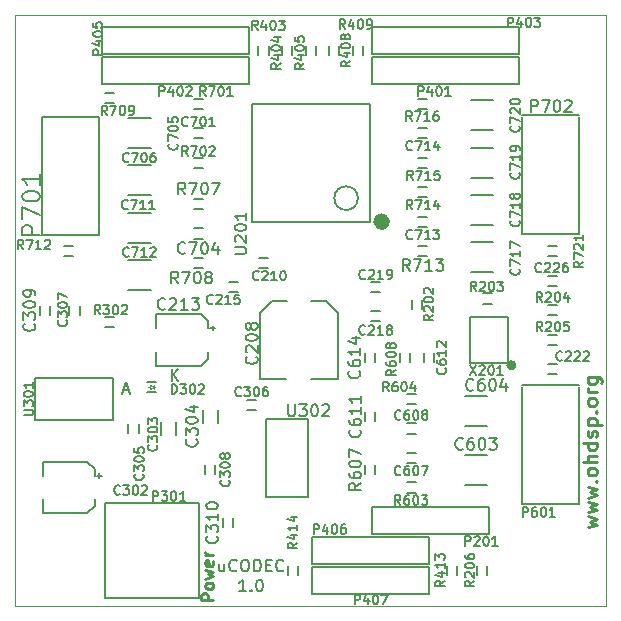
<source format=gto>
G04 #@! TF.GenerationSoftware,KiCad,Pcbnew,(5.1.0)-1*
G04 #@! TF.CreationDate,2019-04-02T21:11:50+01:00*
G04 #@! TF.ProjectId,uCODEC-1.0,75434f44-4543-42d3-912e-302e6b696361,1.0*
G04 #@! TF.SameCoordinates,PX7de2900PY7365040*
G04 #@! TF.FileFunction,Legend,Top*
G04 #@! TF.FilePolarity,Positive*
%FSLAX46Y46*%
G04 Gerber Fmt 4.6, Leading zero omitted, Abs format (unit mm)*
G04 Created by KiCad (PCBNEW (5.1.0)-1) date 2019-04-02 21:11:50*
%MOMM*%
%LPD*%
G04 APERTURE LIST*
%ADD10C,0.250000*%
%ADD11C,0.100000*%
%ADD12C,0.200000*%
%ADD13C,0.150000*%
%ADD14C,0.500000*%
%ADD15C,1.000000*%
G04 APERTURE END LIST*
D10*
X48442857Y6633929D02*
X49242857Y6862500D01*
X48671428Y7091072D01*
X49242857Y7319643D01*
X48442857Y7548215D01*
X48442857Y7891072D02*
X49242857Y8119643D01*
X48671428Y8348215D01*
X49242857Y8576786D01*
X48442857Y8805358D01*
X48442857Y9148215D02*
X49242857Y9376786D01*
X48671428Y9605358D01*
X49242857Y9833929D01*
X48442857Y10062500D01*
X49128571Y10519643D02*
X49185714Y10576786D01*
X49242857Y10519643D01*
X49185714Y10462500D01*
X49128571Y10519643D01*
X49242857Y10519643D01*
X49242857Y11262500D02*
X49185714Y11148215D01*
X49128571Y11091072D01*
X49014285Y11033929D01*
X48671428Y11033929D01*
X48557142Y11091072D01*
X48500000Y11148215D01*
X48442857Y11262500D01*
X48442857Y11433929D01*
X48500000Y11548215D01*
X48557142Y11605358D01*
X48671428Y11662500D01*
X49014285Y11662500D01*
X49128571Y11605358D01*
X49185714Y11548215D01*
X49242857Y11433929D01*
X49242857Y11262500D01*
X49242857Y12176786D02*
X48042857Y12176786D01*
X49242857Y12691072D02*
X48614285Y12691072D01*
X48500000Y12633929D01*
X48442857Y12519643D01*
X48442857Y12348215D01*
X48500000Y12233929D01*
X48557142Y12176786D01*
X49242857Y13776786D02*
X48042857Y13776786D01*
X49185714Y13776786D02*
X49242857Y13662500D01*
X49242857Y13433929D01*
X49185714Y13319643D01*
X49128571Y13262500D01*
X49014285Y13205358D01*
X48671428Y13205358D01*
X48557142Y13262500D01*
X48500000Y13319643D01*
X48442857Y13433929D01*
X48442857Y13662500D01*
X48500000Y13776786D01*
X49185714Y14291072D02*
X49242857Y14405358D01*
X49242857Y14633929D01*
X49185714Y14748215D01*
X49071428Y14805358D01*
X49014285Y14805358D01*
X48900000Y14748215D01*
X48842857Y14633929D01*
X48842857Y14462500D01*
X48785714Y14348215D01*
X48671428Y14291072D01*
X48614285Y14291072D01*
X48500000Y14348215D01*
X48442857Y14462500D01*
X48442857Y14633929D01*
X48500000Y14748215D01*
X48442857Y15319643D02*
X49642857Y15319643D01*
X48500000Y15319643D02*
X48442857Y15433929D01*
X48442857Y15662500D01*
X48500000Y15776786D01*
X48557142Y15833929D01*
X48671428Y15891072D01*
X49014285Y15891072D01*
X49128571Y15833929D01*
X49185714Y15776786D01*
X49242857Y15662500D01*
X49242857Y15433929D01*
X49185714Y15319643D01*
X49128571Y16405358D02*
X49185714Y16462500D01*
X49242857Y16405358D01*
X49185714Y16348215D01*
X49128571Y16405358D01*
X49242857Y16405358D01*
X49242857Y17148215D02*
X49185714Y17033929D01*
X49128571Y16976786D01*
X49014285Y16919643D01*
X48671428Y16919643D01*
X48557142Y16976786D01*
X48500000Y17033929D01*
X48442857Y17148215D01*
X48442857Y17319643D01*
X48500000Y17433929D01*
X48557142Y17491072D01*
X48671428Y17548215D01*
X49014285Y17548215D01*
X49128571Y17491072D01*
X49185714Y17433929D01*
X49242857Y17319643D01*
X49242857Y17148215D01*
X49242857Y18062500D02*
X48442857Y18062500D01*
X48671428Y18062500D02*
X48557142Y18119643D01*
X48500000Y18176786D01*
X48442857Y18291072D01*
X48442857Y18405358D01*
X48442857Y19319643D02*
X49414285Y19319643D01*
X49528571Y19262500D01*
X49585714Y19205358D01*
X49642857Y19091072D01*
X49642857Y18919643D01*
X49585714Y18805358D01*
X49185714Y19319643D02*
X49242857Y19205358D01*
X49242857Y18976786D01*
X49185714Y18862500D01*
X49128571Y18805358D01*
X49014285Y18748215D01*
X48671428Y18748215D01*
X48557142Y18805358D01*
X48500000Y18862500D01*
X48442857Y18976786D01*
X48442857Y19205358D01*
X48500000Y19319643D01*
X16752380Y473810D02*
X15752380Y473810D01*
X15752380Y854762D01*
X15800000Y950000D01*
X15847619Y997620D01*
X15942857Y1045239D01*
X16085714Y1045239D01*
X16180952Y997620D01*
X16228571Y950000D01*
X16276190Y854762D01*
X16276190Y473810D01*
X16752380Y1616667D02*
X16704761Y1521429D01*
X16657142Y1473810D01*
X16561904Y1426191D01*
X16276190Y1426191D01*
X16180952Y1473810D01*
X16133333Y1521429D01*
X16085714Y1616667D01*
X16085714Y1759524D01*
X16133333Y1854762D01*
X16180952Y1902381D01*
X16276190Y1950000D01*
X16561904Y1950000D01*
X16657142Y1902381D01*
X16704761Y1854762D01*
X16752380Y1759524D01*
X16752380Y1616667D01*
X16085714Y2283334D02*
X16752380Y2473810D01*
X16276190Y2664286D01*
X16752380Y2854762D01*
X16085714Y3045239D01*
X16704761Y3807143D02*
X16752380Y3711905D01*
X16752380Y3521429D01*
X16704761Y3426191D01*
X16609523Y3378572D01*
X16228571Y3378572D01*
X16133333Y3426191D01*
X16085714Y3521429D01*
X16085714Y3711905D01*
X16133333Y3807143D01*
X16228571Y3854762D01*
X16323809Y3854762D01*
X16419047Y3378572D01*
X16752380Y4283334D02*
X16085714Y4283334D01*
X16276190Y4283334D02*
X16180952Y4330953D01*
X16133333Y4378572D01*
X16085714Y4473810D01*
X16085714Y4569048D01*
D11*
X0Y50000000D02*
X0Y0D01*
X50000000Y50000000D02*
X0Y50000000D01*
X50000000Y0D02*
X50000000Y50000000D01*
X0Y0D02*
X50000000Y0D01*
D12*
X17688095Y3564286D02*
X17688095Y2897620D01*
X17259523Y3564286D02*
X17259523Y3040477D01*
X17307142Y2945239D01*
X17402380Y2897620D01*
X17545238Y2897620D01*
X17640476Y2945239D01*
X17688095Y2992858D01*
X18735714Y2992858D02*
X18688095Y2945239D01*
X18545238Y2897620D01*
X18450000Y2897620D01*
X18307142Y2945239D01*
X18211904Y3040477D01*
X18164285Y3135715D01*
X18116666Y3326191D01*
X18116666Y3469048D01*
X18164285Y3659524D01*
X18211904Y3754762D01*
X18307142Y3850000D01*
X18450000Y3897620D01*
X18545238Y3897620D01*
X18688095Y3850000D01*
X18735714Y3802381D01*
X19354761Y3897620D02*
X19545238Y3897620D01*
X19640476Y3850000D01*
X19735714Y3754762D01*
X19783333Y3564286D01*
X19783333Y3230953D01*
X19735714Y3040477D01*
X19640476Y2945239D01*
X19545238Y2897620D01*
X19354761Y2897620D01*
X19259523Y2945239D01*
X19164285Y3040477D01*
X19116666Y3230953D01*
X19116666Y3564286D01*
X19164285Y3754762D01*
X19259523Y3850000D01*
X19354761Y3897620D01*
X20211904Y2897620D02*
X20211904Y3897620D01*
X20450000Y3897620D01*
X20592857Y3850000D01*
X20688095Y3754762D01*
X20735714Y3659524D01*
X20783333Y3469048D01*
X20783333Y3326191D01*
X20735714Y3135715D01*
X20688095Y3040477D01*
X20592857Y2945239D01*
X20450000Y2897620D01*
X20211904Y2897620D01*
X21211904Y3421429D02*
X21545238Y3421429D01*
X21688095Y2897620D02*
X21211904Y2897620D01*
X21211904Y3897620D01*
X21688095Y3897620D01*
X22688095Y2992858D02*
X22640476Y2945239D01*
X22497619Y2897620D01*
X22402380Y2897620D01*
X22259523Y2945239D01*
X22164285Y3040477D01*
X22116666Y3135715D01*
X22069047Y3326191D01*
X22069047Y3469048D01*
X22116666Y3659524D01*
X22164285Y3754762D01*
X22259523Y3850000D01*
X22402380Y3897620D01*
X22497619Y3897620D01*
X22640476Y3850000D01*
X22688095Y3802381D01*
X19521428Y1197620D02*
X18950000Y1197620D01*
X19235714Y1197620D02*
X19235714Y2197620D01*
X19140476Y2054762D01*
X19045238Y1959524D01*
X18950000Y1911905D01*
X19950000Y1292858D02*
X19997619Y1245239D01*
X19950000Y1197620D01*
X19902380Y1245239D01*
X19950000Y1292858D01*
X19950000Y1197620D01*
X20616666Y2197620D02*
X20711904Y2197620D01*
X20807142Y2150000D01*
X20854761Y2102381D01*
X20902380Y2007143D01*
X20950000Y1816667D01*
X20950000Y1578572D01*
X20902380Y1388096D01*
X20854761Y1292858D01*
X20807142Y1245239D01*
X20711904Y1197620D01*
X20616666Y1197620D01*
X20521428Y1245239D01*
X20473809Y1292858D01*
X20426190Y1388096D01*
X20378571Y1578572D01*
X20378571Y1816667D01*
X20426190Y2007143D01*
X20473809Y2102381D01*
X20521428Y2150000D01*
X20616666Y2197620D01*
D13*
X24750000Y12500000D02*
X24750000Y9200000D01*
X24750000Y9200000D02*
X23000000Y9200000D01*
X23000000Y9200000D02*
X21250000Y9200000D01*
X21250000Y9200000D02*
X21250000Y12500000D01*
X21250000Y12500000D02*
X21250000Y15800000D01*
X21250000Y15800000D02*
X24750000Y15800000D01*
X24750000Y15800000D02*
X24750000Y12500000D01*
X2267000Y41383000D02*
X2267000Y31477000D01*
X7093000Y31477000D02*
X7093000Y41383000D01*
X2267000Y41383000D02*
X7093000Y41383000D01*
X7093000Y31350000D02*
X2267000Y31350000D01*
X21700000Y25800000D02*
X23000000Y25800000D01*
X26300000Y25800000D02*
X25000000Y25800000D01*
X20700000Y19200000D02*
X22900000Y19200000D01*
X27300000Y19200000D02*
X25000000Y19200000D01*
X27300000Y22500000D02*
X27300000Y24800000D01*
X27300000Y24800000D02*
X26300000Y25800000D01*
X21700000Y25800000D02*
X20700000Y24800000D01*
X20700000Y24800000D02*
X20700000Y22500000D01*
X20700000Y22500000D02*
X20700000Y19200000D01*
X27300000Y19200000D02*
X27300000Y22500000D01*
X38500000Y20550000D02*
X41700000Y20550000D01*
X41700000Y20550000D02*
X41700000Y24450000D01*
X41700000Y24450000D02*
X38500000Y24450000D01*
X38500000Y24450000D02*
X38500000Y20550000D01*
D14*
X42180278Y20350000D02*
G75*
G03X42180278Y20350000I-180278J0D01*
G01*
D13*
X45500000Y20431800D02*
X45119000Y20431800D01*
X45500000Y20431800D02*
X45881000Y20431800D01*
X45500000Y19568200D02*
X45119000Y19568200D01*
X45500000Y19568200D02*
X45881000Y19568200D01*
X29568200Y16000000D02*
X29568200Y15619000D01*
X29568200Y16000000D02*
X29568200Y16381000D01*
X30431800Y16000000D02*
X30431800Y15619000D01*
X30431800Y16000000D02*
X30431800Y16381000D01*
X35431800Y21000000D02*
X35431800Y21381000D01*
X35431800Y21000000D02*
X35431800Y20619000D01*
X34568200Y21000000D02*
X34568200Y21381000D01*
X34568200Y21000000D02*
X34568200Y20619000D01*
X39000000Y10230000D02*
X39965200Y10230000D01*
X39000000Y10230000D02*
X38034800Y10230000D01*
X39000000Y12770000D02*
X39965200Y12770000D01*
X39000000Y12770000D02*
X38034800Y12770000D01*
X39000000Y17770000D02*
X38034800Y17770000D01*
X39000000Y17770000D02*
X39965200Y17770000D01*
X39000000Y15230000D02*
X38034800Y15230000D01*
X39000000Y15230000D02*
X39965200Y15230000D01*
X23931800Y3000000D02*
X23931800Y3381000D01*
X23931800Y3000000D02*
X23931800Y2619000D01*
X23068200Y3000000D02*
X23068200Y3381000D01*
X23068200Y3000000D02*
X23068200Y2619000D01*
X39500000Y38770000D02*
X38534800Y38770000D01*
X39500000Y38770000D02*
X40465200Y38770000D01*
X39500000Y36230000D02*
X38534800Y36230000D01*
X39500000Y36230000D02*
X40465200Y36230000D01*
X10500000Y38730000D02*
X11465200Y38730000D01*
X10500000Y38730000D02*
X9534800Y38730000D01*
X10500000Y41270000D02*
X11465200Y41270000D01*
X10500000Y41270000D02*
X9534800Y41270000D01*
X16900000Y23500000D02*
X16500000Y23500000D01*
X16700000Y23700000D02*
X16700000Y23300000D01*
X16300000Y20900000D02*
X16300000Y21500000D01*
X15700000Y20300000D02*
X16300000Y20900000D01*
X14100000Y20300000D02*
X15700000Y20300000D01*
X16300000Y24100000D02*
X16300000Y23500000D01*
X15700000Y24700000D02*
X16300000Y24100000D01*
X14100000Y24700000D02*
X15700000Y24700000D01*
X11900000Y24700000D02*
X14100000Y24700000D01*
X11900000Y23500000D02*
X11900000Y24700000D01*
X11900000Y20300000D02*
X11900000Y21500000D01*
X14100000Y20300000D02*
X11900000Y20300000D01*
X26568200Y47000000D02*
X26568200Y46619000D01*
X26568200Y47000000D02*
X26568200Y47381000D01*
X27431800Y47000000D02*
X27431800Y46619000D01*
X27431800Y47000000D02*
X27431800Y47381000D01*
X29568200Y21000000D02*
X29568200Y20619000D01*
X29568200Y21000000D02*
X29568200Y21381000D01*
X30431800Y21000000D02*
X30431800Y20619000D01*
X30431800Y21000000D02*
X30431800Y21381000D01*
X42907000Y41510000D02*
X47733000Y41510000D01*
X47733000Y31477000D02*
X42907000Y31477000D01*
X42907000Y41383000D02*
X42907000Y31477000D01*
X47733000Y31477000D02*
X47733000Y41383000D01*
X34500000Y35431800D02*
X34119000Y35431800D01*
X34500000Y35431800D02*
X34881000Y35431800D01*
X34500000Y34568200D02*
X34119000Y34568200D01*
X34500000Y34568200D02*
X34881000Y34568200D01*
X15500000Y39568200D02*
X15881000Y39568200D01*
X15500000Y39568200D02*
X15119000Y39568200D01*
X15500000Y40431800D02*
X15881000Y40431800D01*
X15500000Y40431800D02*
X15119000Y40431800D01*
X34500000Y37931800D02*
X34119000Y37931800D01*
X34500000Y37931800D02*
X34881000Y37931800D01*
X34500000Y37068200D02*
X34119000Y37068200D01*
X34500000Y37068200D02*
X34881000Y37068200D01*
X45500000Y29568200D02*
X45881000Y29568200D01*
X45500000Y29568200D02*
X45119000Y29568200D01*
X45500000Y30431800D02*
X45881000Y30431800D01*
X45500000Y30431800D02*
X45119000Y30431800D01*
X34500000Y39568200D02*
X34881000Y39568200D01*
X34500000Y39568200D02*
X34119000Y39568200D01*
X34500000Y40431800D02*
X34881000Y40431800D01*
X34500000Y40431800D02*
X34119000Y40431800D01*
X34500000Y32931800D02*
X34119000Y32931800D01*
X34500000Y32931800D02*
X34881000Y32931800D01*
X34500000Y32068200D02*
X34119000Y32068200D01*
X34500000Y32068200D02*
X34881000Y32068200D01*
X15500000Y31068200D02*
X15881000Y31068200D01*
X15500000Y31068200D02*
X15119000Y31068200D01*
X15500000Y31931800D02*
X15881000Y31931800D01*
X15500000Y31931800D02*
X15119000Y31931800D01*
X34500000Y42068200D02*
X34881000Y42068200D01*
X34500000Y42068200D02*
X34119000Y42068200D01*
X34500000Y42931800D02*
X34881000Y42931800D01*
X34500000Y42931800D02*
X34119000Y42931800D01*
X34500000Y30431800D02*
X34119000Y30431800D01*
X34500000Y30431800D02*
X34881000Y30431800D01*
X34500000Y29568200D02*
X34119000Y29568200D01*
X34500000Y29568200D02*
X34881000Y29568200D01*
X15500000Y42931800D02*
X15119000Y42931800D01*
X15500000Y42931800D02*
X15881000Y42931800D01*
X15500000Y42068200D02*
X15119000Y42068200D01*
X15500000Y42068200D02*
X15881000Y42068200D01*
X15500000Y37931800D02*
X15119000Y37931800D01*
X15500000Y37931800D02*
X15881000Y37931800D01*
X15500000Y37068200D02*
X15119000Y37068200D01*
X15500000Y37068200D02*
X15881000Y37068200D01*
X15500000Y34431800D02*
X15119000Y34431800D01*
X15500000Y34431800D02*
X15881000Y34431800D01*
X15500000Y33568200D02*
X15119000Y33568200D01*
X15500000Y33568200D02*
X15881000Y33568200D01*
X15500000Y29431800D02*
X15119000Y29431800D01*
X15500000Y29431800D02*
X15881000Y29431800D01*
X15500000Y28568200D02*
X15119000Y28568200D01*
X15500000Y28568200D02*
X15881000Y28568200D01*
X8000000Y43431800D02*
X7619000Y43431800D01*
X8000000Y43431800D02*
X8381000Y43431800D01*
X8000000Y42568200D02*
X7619000Y42568200D01*
X8000000Y42568200D02*
X8381000Y42568200D01*
X4500000Y30431800D02*
X4119000Y30431800D01*
X4500000Y30431800D02*
X4881000Y30431800D01*
X4500000Y29568200D02*
X4119000Y29568200D01*
X4500000Y29568200D02*
X4881000Y29568200D01*
X10500000Y30730000D02*
X11465200Y30730000D01*
X10500000Y30730000D02*
X9534800Y30730000D01*
X10500000Y33270000D02*
X11465200Y33270000D01*
X10500000Y33270000D02*
X9534800Y33270000D01*
X10500000Y29270000D02*
X9534800Y29270000D01*
X10500000Y29270000D02*
X11465200Y29270000D01*
X10500000Y26730000D02*
X9534800Y26730000D01*
X10500000Y26730000D02*
X11465200Y26730000D01*
X39500000Y30770000D02*
X38534800Y30770000D01*
X39500000Y30770000D02*
X40465200Y30770000D01*
X39500000Y28230000D02*
X38534800Y28230000D01*
X39500000Y28230000D02*
X40465200Y28230000D01*
X39500000Y32230000D02*
X40465200Y32230000D01*
X39500000Y32230000D02*
X38534800Y32230000D01*
X39500000Y34770000D02*
X40465200Y34770000D01*
X39500000Y34770000D02*
X38534800Y34770000D01*
X39500000Y40230000D02*
X40465200Y40230000D01*
X39500000Y40230000D02*
X38534800Y40230000D01*
X39500000Y42770000D02*
X40465200Y42770000D01*
X39500000Y42770000D02*
X38534800Y42770000D01*
X10500000Y37270000D02*
X9534800Y37270000D01*
X10500000Y37270000D02*
X11465200Y37270000D01*
X10500000Y34730000D02*
X9534800Y34730000D01*
X10500000Y34730000D02*
X11465200Y34730000D01*
X17568200Y7000000D02*
X17568200Y6619000D01*
X17568200Y7000000D02*
X17568200Y7381000D01*
X18431800Y7000000D02*
X18431800Y6619000D01*
X18431800Y7000000D02*
X18431800Y7381000D01*
X2931800Y25000000D02*
X2931800Y25381000D01*
X2931800Y25000000D02*
X2931800Y24619000D01*
X2068200Y25000000D02*
X2068200Y25381000D01*
X2068200Y25000000D02*
X2068200Y24619000D01*
X47733000Y8617000D02*
X47733000Y18523000D01*
X42907000Y18523000D02*
X42907000Y8617000D01*
X47733000Y8617000D02*
X42907000Y8617000D01*
X42907000Y18650000D02*
X47733000Y18650000D01*
D15*
X31200000Y32500000D02*
G75*
G03X31200000Y32500000I-200000J0D01*
G01*
D13*
X29000000Y34500000D02*
G75*
G03X29000000Y34500000I-1000000J0D01*
G01*
X20000000Y32500000D02*
X30000000Y32500000D01*
X30000000Y32500000D02*
X30000000Y42500000D01*
X30000000Y42500000D02*
X20000000Y42500000D01*
X20000000Y42500000D02*
X20000000Y32500000D01*
X14967000Y46463000D02*
X19793000Y46463000D01*
X19793000Y44177000D02*
X14967000Y44177000D01*
X7347000Y44177000D02*
X7347000Y46463000D01*
X19793000Y44177000D02*
X19793000Y46463000D01*
X14967000Y44177000D02*
X12427000Y44177000D01*
X14967000Y46463000D02*
X12427000Y46463000D01*
X12427000Y44177000D02*
X9887000Y44177000D01*
X12427000Y46463000D02*
X9887000Y46463000D01*
X7347000Y44177000D02*
X10014000Y44177000D01*
X9887000Y46463000D02*
X7347000Y46463000D01*
X32747000Y46463000D02*
X30207000Y46463000D01*
X30207000Y44177000D02*
X32874000Y44177000D01*
X35287000Y46463000D02*
X32747000Y46463000D01*
X35287000Y44177000D02*
X32747000Y44177000D01*
X37827000Y46463000D02*
X35287000Y46463000D01*
X37827000Y44177000D02*
X35287000Y44177000D01*
X42653000Y44177000D02*
X42653000Y46463000D01*
X30207000Y44177000D02*
X30207000Y46463000D01*
X42653000Y44177000D02*
X37827000Y44177000D01*
X37827000Y46463000D02*
X42653000Y46463000D01*
X21000000Y29431800D02*
X20619000Y29431800D01*
X21000000Y29431800D02*
X21381000Y29431800D01*
X21000000Y28568200D02*
X20619000Y28568200D01*
X21000000Y28568200D02*
X21381000Y28568200D01*
X16931800Y11500000D02*
X16931800Y11881000D01*
X16931800Y11500000D02*
X16931800Y11119000D01*
X16068200Y11500000D02*
X16068200Y11881000D01*
X16068200Y11500000D02*
X16068200Y11119000D01*
X20000000Y17431800D02*
X19619000Y17431800D01*
X20000000Y17431800D02*
X20381000Y17431800D01*
X20000000Y16568200D02*
X19619000Y16568200D01*
X20000000Y16568200D02*
X20381000Y16568200D01*
X30431800Y11500000D02*
X30431800Y11881000D01*
X30431800Y11500000D02*
X30431800Y11119000D01*
X29568200Y11500000D02*
X29568200Y11881000D01*
X29568200Y11500000D02*
X29568200Y11119000D01*
X32568200Y21000000D02*
X32568200Y20619000D01*
X32568200Y21000000D02*
X32568200Y21381000D01*
X33431800Y21000000D02*
X33431800Y20619000D01*
X33431800Y21000000D02*
X33431800Y21381000D01*
X17135000Y16000000D02*
X17135000Y15466600D01*
X17135000Y16000000D02*
X17135000Y16533400D01*
X15865000Y16000000D02*
X15865000Y15466600D01*
X15865000Y16000000D02*
X15865000Y16533400D01*
X8000000Y24431800D02*
X7619000Y24431800D01*
X8000000Y24431800D02*
X8381000Y24431800D01*
X8000000Y23568200D02*
X7619000Y23568200D01*
X8000000Y23568200D02*
X8381000Y23568200D01*
X11500000Y18068200D02*
X11881000Y18068200D01*
X11500000Y18068200D02*
X11119000Y18068200D01*
X11500000Y18931800D02*
X11881000Y18931800D01*
X11500000Y18931800D02*
X11119000Y18931800D01*
D11*
X11200000Y18500000D02*
X11400000Y18500000D01*
X11400000Y18500000D02*
X11400000Y18700000D01*
X11400000Y18700000D02*
X11700000Y18500000D01*
X11700000Y18500000D02*
X11400000Y18300000D01*
X11400000Y18300000D02*
X11400000Y18500000D01*
X11700000Y18700000D02*
X11700000Y18300000D01*
X11700000Y18500000D02*
X11800000Y18500000D01*
D13*
X12365000Y15000000D02*
X12365000Y15533400D01*
X12365000Y15000000D02*
X12365000Y14466600D01*
X13635000Y15000000D02*
X13635000Y15533400D01*
X13635000Y15000000D02*
X13635000Y14466600D01*
X9568200Y15000000D02*
X9568200Y14619000D01*
X9568200Y15000000D02*
X9568200Y15381000D01*
X10431800Y15000000D02*
X10431800Y14619000D01*
X10431800Y15000000D02*
X10431800Y15381000D01*
X5431800Y25000000D02*
X5431800Y25381000D01*
X5431800Y25000000D02*
X5431800Y24619000D01*
X4568200Y25000000D02*
X4568200Y25381000D01*
X4568200Y25000000D02*
X4568200Y24619000D01*
X4500000Y7800000D02*
X2300000Y7800000D01*
X2300000Y7800000D02*
X2300000Y9000000D01*
X2300000Y11000000D02*
X2300000Y12200000D01*
X2300000Y12200000D02*
X4500000Y12200000D01*
X4500000Y12200000D02*
X6100000Y12200000D01*
X6100000Y12200000D02*
X6700000Y11600000D01*
X6700000Y11600000D02*
X6700000Y11000000D01*
X4500000Y7800000D02*
X6100000Y7800000D01*
X6100000Y7800000D02*
X6700000Y8400000D01*
X6700000Y8400000D02*
X6700000Y9000000D01*
X7100000Y11200000D02*
X7100000Y10800000D01*
X7300000Y11000000D02*
X6900000Y11000000D01*
X32493000Y3537000D02*
X35033000Y3537000D01*
X32493000Y5823000D02*
X35033000Y5823000D01*
X29953000Y3537000D02*
X32493000Y3537000D01*
X29953000Y5823000D02*
X32493000Y5823000D01*
X25127000Y5823000D02*
X25127000Y3537000D01*
X35033000Y5823000D02*
X35033000Y3537000D01*
X25127000Y5823000D02*
X29953000Y5823000D01*
X29953000Y3537000D02*
X25127000Y3537000D01*
X45500000Y24568200D02*
X45881000Y24568200D01*
X45500000Y24568200D02*
X45119000Y24568200D01*
X45500000Y25431800D02*
X45881000Y25431800D01*
X45500000Y25431800D02*
X45119000Y25431800D01*
X25431800Y47000000D02*
X25431800Y47381000D01*
X25431800Y47000000D02*
X25431800Y46619000D01*
X24568200Y47000000D02*
X24568200Y47381000D01*
X24568200Y47000000D02*
X24568200Y46619000D01*
X37431800Y3000000D02*
X37431800Y3381000D01*
X37431800Y3000000D02*
X37431800Y2619000D01*
X36568200Y3000000D02*
X36568200Y3381000D01*
X36568200Y3000000D02*
X36568200Y2619000D01*
X45500000Y27068200D02*
X45881000Y27068200D01*
X45500000Y27068200D02*
X45119000Y27068200D01*
X45500000Y27931800D02*
X45881000Y27931800D01*
X45500000Y27931800D02*
X45119000Y27931800D01*
X37827000Y49003000D02*
X42653000Y49003000D01*
X42653000Y46717000D02*
X37827000Y46717000D01*
X30207000Y46717000D02*
X30207000Y49003000D01*
X42653000Y46717000D02*
X42653000Y49003000D01*
X37827000Y46717000D02*
X35287000Y46717000D01*
X37827000Y49003000D02*
X35287000Y49003000D01*
X35287000Y46717000D02*
X32747000Y46717000D01*
X35287000Y49003000D02*
X32747000Y49003000D01*
X30207000Y46717000D02*
X32874000Y46717000D01*
X32747000Y49003000D02*
X30207000Y49003000D01*
X23431800Y47000000D02*
X23431800Y47381000D01*
X23431800Y47000000D02*
X23431800Y46619000D01*
X22568200Y47000000D02*
X22568200Y47381000D01*
X22568200Y47000000D02*
X22568200Y46619000D01*
X21431800Y47000000D02*
X21431800Y47381000D01*
X21431800Y47000000D02*
X21431800Y46619000D01*
X20568200Y47000000D02*
X20568200Y47381000D01*
X20568200Y47000000D02*
X20568200Y46619000D01*
X28568200Y47000000D02*
X28568200Y46619000D01*
X28568200Y47000000D02*
X28568200Y47381000D01*
X29431800Y47000000D02*
X29431800Y46619000D01*
X29431800Y47000000D02*
X29431800Y47381000D01*
X33500000Y12931800D02*
X33119000Y12931800D01*
X33500000Y12931800D02*
X33881000Y12931800D01*
X33500000Y12068200D02*
X33119000Y12068200D01*
X33500000Y12068200D02*
X33881000Y12068200D01*
X33500000Y17931800D02*
X33119000Y17931800D01*
X33500000Y17931800D02*
X33881000Y17931800D01*
X33500000Y17068200D02*
X33119000Y17068200D01*
X33500000Y17068200D02*
X33881000Y17068200D01*
X33500000Y10431800D02*
X33119000Y10431800D01*
X33500000Y10431800D02*
X33881000Y10431800D01*
X33500000Y9568200D02*
X33119000Y9568200D01*
X33500000Y9568200D02*
X33881000Y9568200D01*
X33500000Y15431800D02*
X33119000Y15431800D01*
X33500000Y15431800D02*
X33881000Y15431800D01*
X33500000Y14568200D02*
X33119000Y14568200D01*
X33500000Y14568200D02*
X33881000Y14568200D01*
X39068200Y3000000D02*
X39068200Y2619000D01*
X39068200Y3000000D02*
X39068200Y3381000D01*
X39931800Y3000000D02*
X39931800Y2619000D01*
X39931800Y3000000D02*
X39931800Y3381000D01*
X45500000Y22931800D02*
X45119000Y22931800D01*
X45500000Y22931800D02*
X45881000Y22931800D01*
X45500000Y22068200D02*
X45119000Y22068200D01*
X45500000Y22068200D02*
X45881000Y22068200D01*
X40000000Y26431800D02*
X39619000Y26431800D01*
X40000000Y26431800D02*
X40381000Y26431800D01*
X40000000Y25568200D02*
X39619000Y25568200D01*
X40000000Y25568200D02*
X40381000Y25568200D01*
X29953000Y997000D02*
X25127000Y997000D01*
X25127000Y3283000D02*
X29953000Y3283000D01*
X35033000Y3283000D02*
X35033000Y997000D01*
X25127000Y3283000D02*
X25127000Y997000D01*
X29953000Y3283000D02*
X32493000Y3283000D01*
X29953000Y997000D02*
X32493000Y997000D01*
X32493000Y3283000D02*
X35033000Y3283000D01*
X32493000Y997000D02*
X35033000Y997000D01*
X14967000Y49003000D02*
X19793000Y49003000D01*
X19793000Y46717000D02*
X14967000Y46717000D01*
X7347000Y46717000D02*
X7347000Y49003000D01*
X19793000Y46717000D02*
X19793000Y49003000D01*
X14967000Y46717000D02*
X12427000Y46717000D01*
X14967000Y49003000D02*
X12427000Y49003000D01*
X12427000Y46717000D02*
X9887000Y46717000D01*
X12427000Y49003000D02*
X9887000Y49003000D01*
X7347000Y46717000D02*
X10014000Y46717000D01*
X9887000Y49003000D02*
X7347000Y49003000D01*
X35287000Y8363000D02*
X40113000Y8363000D01*
X40113000Y6077000D02*
X35287000Y6077000D01*
X30207000Y6077000D02*
X30207000Y8363000D01*
X40113000Y6077000D02*
X40113000Y8363000D01*
X35287000Y6077000D02*
X32747000Y6077000D01*
X35287000Y8363000D02*
X32747000Y8363000D01*
X32747000Y6077000D02*
X30207000Y6077000D01*
X32747000Y8363000D02*
X30207000Y8363000D01*
X33568200Y25500000D02*
X33568200Y25119000D01*
X33568200Y25500000D02*
X33568200Y25881000D01*
X34431800Y25500000D02*
X34431800Y25119000D01*
X34431800Y25500000D02*
X34431800Y25881000D01*
X30500000Y27431800D02*
X30119000Y27431800D01*
X30500000Y27431800D02*
X30881000Y27431800D01*
X30500000Y26568200D02*
X30119000Y26568200D01*
X30500000Y26568200D02*
X30881000Y26568200D01*
X30500000Y24931800D02*
X30119000Y24931800D01*
X30500000Y24931800D02*
X30881000Y24931800D01*
X30500000Y24068200D02*
X30119000Y24068200D01*
X30500000Y24068200D02*
X30881000Y24068200D01*
X18500000Y27431800D02*
X18119000Y27431800D01*
X18500000Y27431800D02*
X18881000Y27431800D01*
X18500000Y26568200D02*
X18119000Y26568200D01*
X18500000Y26568200D02*
X18881000Y26568200D01*
X7570000Y6680000D02*
X7570000Y4680000D01*
X15570000Y8680000D02*
X7570000Y8680000D01*
X15570000Y2680000D02*
X15570000Y6680000D01*
X7570000Y680000D02*
X15570000Y680000D01*
X7570000Y4680000D02*
X7570000Y2680000D01*
X7570000Y680000D02*
X7570000Y2680000D01*
X7570000Y6680000D02*
X7570000Y8680000D01*
X15570000Y8680000D02*
X15570000Y6680000D01*
X15570000Y2680000D02*
X15570000Y680000D01*
X1700000Y15700000D02*
X1700000Y17500000D01*
X8300000Y15700000D02*
X1700000Y15700000D01*
X8300000Y19300000D02*
X8300000Y15700000D01*
X1700000Y19300000D02*
X8300000Y19300000D01*
X1700000Y17500000D02*
X1700000Y19300000D01*
X23085714Y17047620D02*
X23085714Y16238096D01*
X23133333Y16142858D01*
X23180952Y16095239D01*
X23276190Y16047620D01*
X23466666Y16047620D01*
X23561904Y16095239D01*
X23609523Y16142858D01*
X23657142Y16238096D01*
X23657142Y17047620D01*
X24038095Y17047620D02*
X24657142Y17047620D01*
X24323809Y16666667D01*
X24466666Y16666667D01*
X24561904Y16619048D01*
X24609523Y16571429D01*
X24657142Y16476191D01*
X24657142Y16238096D01*
X24609523Y16142858D01*
X24561904Y16095239D01*
X24466666Y16047620D01*
X24180952Y16047620D01*
X24085714Y16095239D01*
X24038095Y16142858D01*
X25276190Y17047620D02*
X25371428Y17047620D01*
X25466666Y17000000D01*
X25514285Y16952381D01*
X25561904Y16857143D01*
X25609523Y16666667D01*
X25609523Y16428572D01*
X25561904Y16238096D01*
X25514285Y16142858D01*
X25466666Y16095239D01*
X25371428Y16047620D01*
X25276190Y16047620D01*
X25180952Y16095239D01*
X25133333Y16142858D01*
X25085714Y16238096D01*
X25038095Y16428572D01*
X25038095Y16666667D01*
X25085714Y16857143D01*
X25133333Y16952381D01*
X25180952Y17000000D01*
X25276190Y17047620D01*
X25990476Y16952381D02*
X26038095Y17000000D01*
X26133333Y17047620D01*
X26371428Y17047620D01*
X26466666Y17000000D01*
X26514285Y16952381D01*
X26561904Y16857143D01*
X26561904Y16761905D01*
X26514285Y16619048D01*
X25942857Y16047620D01*
X26561904Y16047620D01*
X2078571Y31364286D02*
X578571Y31364286D01*
X578571Y31935715D01*
X650000Y32078572D01*
X721428Y32150000D01*
X864285Y32221429D01*
X1078571Y32221429D01*
X1221428Y32150000D01*
X1292857Y32078572D01*
X1364285Y31935715D01*
X1364285Y31364286D01*
X578571Y32721429D02*
X578571Y33721429D01*
X2078571Y33078572D01*
X578571Y34578572D02*
X578571Y34721429D01*
X650000Y34864286D01*
X721428Y34935715D01*
X864285Y35007143D01*
X1150000Y35078572D01*
X1507142Y35078572D01*
X1792857Y35007143D01*
X1935714Y34935715D01*
X2007142Y34864286D01*
X2078571Y34721429D01*
X2078571Y34578572D01*
X2007142Y34435715D01*
X1935714Y34364286D01*
X1792857Y34292858D01*
X1507142Y34221429D01*
X1150000Y34221429D01*
X864285Y34292858D01*
X721428Y34364286D01*
X650000Y34435715D01*
X578571Y34578572D01*
X2078571Y36507143D02*
X2078571Y35650000D01*
X2078571Y36078572D02*
X578571Y36078572D01*
X792857Y35935715D01*
X935714Y35792858D01*
X1007142Y35650000D01*
X20407142Y21080953D02*
X20454761Y21033334D01*
X20502380Y20890477D01*
X20502380Y20795239D01*
X20454761Y20652381D01*
X20359523Y20557143D01*
X20264285Y20509524D01*
X20073809Y20461905D01*
X19930952Y20461905D01*
X19740476Y20509524D01*
X19645238Y20557143D01*
X19550000Y20652381D01*
X19502380Y20795239D01*
X19502380Y20890477D01*
X19550000Y21033334D01*
X19597619Y21080953D01*
X19597619Y21461905D02*
X19550000Y21509524D01*
X19502380Y21604762D01*
X19502380Y21842858D01*
X19550000Y21938096D01*
X19597619Y21985715D01*
X19692857Y22033334D01*
X19788095Y22033334D01*
X19930952Y21985715D01*
X20502380Y21414286D01*
X20502380Y22033334D01*
X19502380Y22652381D02*
X19502380Y22747620D01*
X19550000Y22842858D01*
X19597619Y22890477D01*
X19692857Y22938096D01*
X19883333Y22985715D01*
X20121428Y22985715D01*
X20311904Y22938096D01*
X20407142Y22890477D01*
X20454761Y22842858D01*
X20502380Y22747620D01*
X20502380Y22652381D01*
X20454761Y22557143D01*
X20407142Y22509524D01*
X20311904Y22461905D01*
X20121428Y22414286D01*
X19883333Y22414286D01*
X19692857Y22461905D01*
X19597619Y22509524D01*
X19550000Y22557143D01*
X19502380Y22652381D01*
X19930952Y23557143D02*
X19883333Y23461905D01*
X19835714Y23414286D01*
X19740476Y23366667D01*
X19692857Y23366667D01*
X19597619Y23414286D01*
X19550000Y23461905D01*
X19502380Y23557143D01*
X19502380Y23747620D01*
X19550000Y23842858D01*
X19597619Y23890477D01*
X19692857Y23938096D01*
X19740476Y23938096D01*
X19835714Y23890477D01*
X19883333Y23842858D01*
X19930952Y23747620D01*
X19930952Y23557143D01*
X19978571Y23461905D01*
X20026190Y23414286D01*
X20121428Y23366667D01*
X20311904Y23366667D01*
X20407142Y23414286D01*
X20454761Y23461905D01*
X20502380Y23557143D01*
X20502380Y23747620D01*
X20454761Y23842858D01*
X20407142Y23890477D01*
X20311904Y23938096D01*
X20121428Y23938096D01*
X20026190Y23890477D01*
X19978571Y23842858D01*
X19930952Y23747620D01*
X38490476Y20338096D02*
X39023809Y19538096D01*
X39023809Y20338096D02*
X38490476Y19538096D01*
X39290476Y20261905D02*
X39328571Y20300000D01*
X39404761Y20338096D01*
X39595238Y20338096D01*
X39671428Y20300000D01*
X39709523Y20261905D01*
X39747619Y20185715D01*
X39747619Y20109524D01*
X39709523Y19995239D01*
X39252380Y19538096D01*
X39747619Y19538096D01*
X40242857Y20338096D02*
X40319047Y20338096D01*
X40395238Y20300000D01*
X40433333Y20261905D01*
X40471428Y20185715D01*
X40509523Y20033334D01*
X40509523Y19842858D01*
X40471428Y19690477D01*
X40433333Y19614286D01*
X40395238Y19576191D01*
X40319047Y19538096D01*
X40242857Y19538096D01*
X40166666Y19576191D01*
X40128571Y19614286D01*
X40090476Y19690477D01*
X40052380Y19842858D01*
X40052380Y20033334D01*
X40090476Y20185715D01*
X40128571Y20261905D01*
X40166666Y20300000D01*
X40242857Y20338096D01*
X41271428Y19538096D02*
X40814285Y19538096D01*
X41042857Y19538096D02*
X41042857Y20338096D01*
X40966666Y20223810D01*
X40890476Y20147620D01*
X40814285Y20109524D01*
X46304761Y20814286D02*
X46266666Y20776191D01*
X46152380Y20738096D01*
X46076190Y20738096D01*
X45961904Y20776191D01*
X45885714Y20852381D01*
X45847619Y20928572D01*
X45809523Y21080953D01*
X45809523Y21195239D01*
X45847619Y21347620D01*
X45885714Y21423810D01*
X45961904Y21500000D01*
X46076190Y21538096D01*
X46152380Y21538096D01*
X46266666Y21500000D01*
X46304761Y21461905D01*
X46609523Y21461905D02*
X46647619Y21500000D01*
X46723809Y21538096D01*
X46914285Y21538096D01*
X46990476Y21500000D01*
X47028571Y21461905D01*
X47066666Y21385715D01*
X47066666Y21309524D01*
X47028571Y21195239D01*
X46571428Y20738096D01*
X47066666Y20738096D01*
X47371428Y21461905D02*
X47409523Y21500000D01*
X47485714Y21538096D01*
X47676190Y21538096D01*
X47752380Y21500000D01*
X47790476Y21461905D01*
X47828571Y21385715D01*
X47828571Y21309524D01*
X47790476Y21195239D01*
X47333333Y20738096D01*
X47828571Y20738096D01*
X48133333Y21461905D02*
X48171428Y21500000D01*
X48247619Y21538096D01*
X48438095Y21538096D01*
X48514285Y21500000D01*
X48552380Y21461905D01*
X48590476Y21385715D01*
X48590476Y21309524D01*
X48552380Y21195239D01*
X48095238Y20738096D01*
X48590476Y20738096D01*
X29157142Y14880953D02*
X29204761Y14833334D01*
X29252380Y14690477D01*
X29252380Y14595239D01*
X29204761Y14452381D01*
X29109523Y14357143D01*
X29014285Y14309524D01*
X28823809Y14261905D01*
X28680952Y14261905D01*
X28490476Y14309524D01*
X28395238Y14357143D01*
X28300000Y14452381D01*
X28252380Y14595239D01*
X28252380Y14690477D01*
X28300000Y14833334D01*
X28347619Y14880953D01*
X28252380Y15738096D02*
X28252380Y15547620D01*
X28300000Y15452381D01*
X28347619Y15404762D01*
X28490476Y15309524D01*
X28680952Y15261905D01*
X29061904Y15261905D01*
X29157142Y15309524D01*
X29204761Y15357143D01*
X29252380Y15452381D01*
X29252380Y15642858D01*
X29204761Y15738096D01*
X29157142Y15785715D01*
X29061904Y15833334D01*
X28823809Y15833334D01*
X28728571Y15785715D01*
X28680952Y15738096D01*
X28633333Y15642858D01*
X28633333Y15452381D01*
X28680952Y15357143D01*
X28728571Y15309524D01*
X28823809Y15261905D01*
X29252380Y16785715D02*
X29252380Y16214286D01*
X29252380Y16500000D02*
X28252380Y16500000D01*
X28395238Y16404762D01*
X28490476Y16309524D01*
X28538095Y16214286D01*
X29252380Y17738096D02*
X29252380Y17166667D01*
X29252380Y17452381D02*
X28252380Y17452381D01*
X28395238Y17357143D01*
X28490476Y17261905D01*
X28538095Y17166667D01*
X36385714Y20104762D02*
X36423809Y20066667D01*
X36461904Y19952381D01*
X36461904Y19876191D01*
X36423809Y19761905D01*
X36347619Y19685715D01*
X36271428Y19647620D01*
X36119047Y19609524D01*
X36004761Y19609524D01*
X35852380Y19647620D01*
X35776190Y19685715D01*
X35700000Y19761905D01*
X35661904Y19876191D01*
X35661904Y19952381D01*
X35700000Y20066667D01*
X35738095Y20104762D01*
X35661904Y20790477D02*
X35661904Y20638096D01*
X35700000Y20561905D01*
X35738095Y20523810D01*
X35852380Y20447620D01*
X36004761Y20409524D01*
X36309523Y20409524D01*
X36385714Y20447620D01*
X36423809Y20485715D01*
X36461904Y20561905D01*
X36461904Y20714286D01*
X36423809Y20790477D01*
X36385714Y20828572D01*
X36309523Y20866667D01*
X36119047Y20866667D01*
X36042857Y20828572D01*
X36004761Y20790477D01*
X35966666Y20714286D01*
X35966666Y20561905D01*
X36004761Y20485715D01*
X36042857Y20447620D01*
X36119047Y20409524D01*
X36461904Y21628572D02*
X36461904Y21171429D01*
X36461904Y21400000D02*
X35661904Y21400000D01*
X35776190Y21323810D01*
X35852380Y21247620D01*
X35890476Y21171429D01*
X35738095Y21933334D02*
X35700000Y21971429D01*
X35661904Y22047620D01*
X35661904Y22238096D01*
X35700000Y22314286D01*
X35738095Y22352381D01*
X35814285Y22390477D01*
X35890476Y22390477D01*
X36004761Y22352381D01*
X36461904Y21895239D01*
X36461904Y22390477D01*
X37880952Y13292858D02*
X37833333Y13245239D01*
X37690476Y13197620D01*
X37595238Y13197620D01*
X37452380Y13245239D01*
X37357142Y13340477D01*
X37309523Y13435715D01*
X37261904Y13626191D01*
X37261904Y13769048D01*
X37309523Y13959524D01*
X37357142Y14054762D01*
X37452380Y14150000D01*
X37595238Y14197620D01*
X37690476Y14197620D01*
X37833333Y14150000D01*
X37880952Y14102381D01*
X38738095Y14197620D02*
X38547619Y14197620D01*
X38452380Y14150000D01*
X38404761Y14102381D01*
X38309523Y13959524D01*
X38261904Y13769048D01*
X38261904Y13388096D01*
X38309523Y13292858D01*
X38357142Y13245239D01*
X38452380Y13197620D01*
X38642857Y13197620D01*
X38738095Y13245239D01*
X38785714Y13292858D01*
X38833333Y13388096D01*
X38833333Y13626191D01*
X38785714Y13721429D01*
X38738095Y13769048D01*
X38642857Y13816667D01*
X38452380Y13816667D01*
X38357142Y13769048D01*
X38309523Y13721429D01*
X38261904Y13626191D01*
X39452380Y14197620D02*
X39547619Y14197620D01*
X39642857Y14150000D01*
X39690476Y14102381D01*
X39738095Y14007143D01*
X39785714Y13816667D01*
X39785714Y13578572D01*
X39738095Y13388096D01*
X39690476Y13292858D01*
X39642857Y13245239D01*
X39547619Y13197620D01*
X39452380Y13197620D01*
X39357142Y13245239D01*
X39309523Y13292858D01*
X39261904Y13388096D01*
X39214285Y13578572D01*
X39214285Y13816667D01*
X39261904Y14007143D01*
X39309523Y14102381D01*
X39357142Y14150000D01*
X39452380Y14197620D01*
X40119047Y14197620D02*
X40738095Y14197620D01*
X40404761Y13816667D01*
X40547619Y13816667D01*
X40642857Y13769048D01*
X40690476Y13721429D01*
X40738095Y13626191D01*
X40738095Y13388096D01*
X40690476Y13292858D01*
X40642857Y13245239D01*
X40547619Y13197620D01*
X40261904Y13197620D01*
X40166666Y13245239D01*
X40119047Y13292858D01*
X38780952Y18292858D02*
X38733333Y18245239D01*
X38590476Y18197620D01*
X38495238Y18197620D01*
X38352380Y18245239D01*
X38257142Y18340477D01*
X38209523Y18435715D01*
X38161904Y18626191D01*
X38161904Y18769048D01*
X38209523Y18959524D01*
X38257142Y19054762D01*
X38352380Y19150000D01*
X38495238Y19197620D01*
X38590476Y19197620D01*
X38733333Y19150000D01*
X38780952Y19102381D01*
X39638095Y19197620D02*
X39447619Y19197620D01*
X39352380Y19150000D01*
X39304761Y19102381D01*
X39209523Y18959524D01*
X39161904Y18769048D01*
X39161904Y18388096D01*
X39209523Y18292858D01*
X39257142Y18245239D01*
X39352380Y18197620D01*
X39542857Y18197620D01*
X39638095Y18245239D01*
X39685714Y18292858D01*
X39733333Y18388096D01*
X39733333Y18626191D01*
X39685714Y18721429D01*
X39638095Y18769048D01*
X39542857Y18816667D01*
X39352380Y18816667D01*
X39257142Y18769048D01*
X39209523Y18721429D01*
X39161904Y18626191D01*
X40352380Y19197620D02*
X40447619Y19197620D01*
X40542857Y19150000D01*
X40590476Y19102381D01*
X40638095Y19007143D01*
X40685714Y18816667D01*
X40685714Y18578572D01*
X40638095Y18388096D01*
X40590476Y18292858D01*
X40542857Y18245239D01*
X40447619Y18197620D01*
X40352380Y18197620D01*
X40257142Y18245239D01*
X40209523Y18292858D01*
X40161904Y18388096D01*
X40114285Y18578572D01*
X40114285Y18816667D01*
X40161904Y19007143D01*
X40209523Y19102381D01*
X40257142Y19150000D01*
X40352380Y19197620D01*
X41542857Y18864286D02*
X41542857Y18197620D01*
X41304761Y19245239D02*
X41066666Y18530953D01*
X41685714Y18530953D01*
X23861904Y5304762D02*
X23480952Y5038096D01*
X23861904Y4847620D02*
X23061904Y4847620D01*
X23061904Y5152381D01*
X23100000Y5228572D01*
X23138095Y5266667D01*
X23214285Y5304762D01*
X23328571Y5304762D01*
X23404761Y5266667D01*
X23442857Y5228572D01*
X23480952Y5152381D01*
X23480952Y4847620D01*
X23328571Y5990477D02*
X23861904Y5990477D01*
X23023809Y5800000D02*
X23595238Y5609524D01*
X23595238Y6104762D01*
X23861904Y6828572D02*
X23861904Y6371429D01*
X23861904Y6600000D02*
X23061904Y6600000D01*
X23176190Y6523810D01*
X23252380Y6447620D01*
X23290476Y6371429D01*
X23328571Y7514286D02*
X23861904Y7514286D01*
X23023809Y7323810D02*
X23595238Y7133334D01*
X23595238Y7628572D01*
X42635714Y36654762D02*
X42673809Y36616667D01*
X42711904Y36502381D01*
X42711904Y36426191D01*
X42673809Y36311905D01*
X42597619Y36235715D01*
X42521428Y36197620D01*
X42369047Y36159524D01*
X42254761Y36159524D01*
X42102380Y36197620D01*
X42026190Y36235715D01*
X41950000Y36311905D01*
X41911904Y36426191D01*
X41911904Y36502381D01*
X41950000Y36616667D01*
X41988095Y36654762D01*
X41911904Y36921429D02*
X41911904Y37454762D01*
X42711904Y37111905D01*
X42711904Y38178572D02*
X42711904Y37721429D01*
X42711904Y37950000D02*
X41911904Y37950000D01*
X42026190Y37873810D01*
X42102380Y37797620D01*
X42140476Y37721429D01*
X42711904Y38559524D02*
X42711904Y38711905D01*
X42673809Y38788096D01*
X42635714Y38826191D01*
X42521428Y38902381D01*
X42369047Y38940477D01*
X42064285Y38940477D01*
X41988095Y38902381D01*
X41950000Y38864286D01*
X41911904Y38788096D01*
X41911904Y38635715D01*
X41950000Y38559524D01*
X41988095Y38521429D01*
X42064285Y38483334D01*
X42254761Y38483334D01*
X42330952Y38521429D01*
X42369047Y38559524D01*
X42407142Y38635715D01*
X42407142Y38788096D01*
X42369047Y38864286D01*
X42330952Y38902381D01*
X42254761Y38940477D01*
X13685714Y39104762D02*
X13723809Y39066667D01*
X13761904Y38952381D01*
X13761904Y38876191D01*
X13723809Y38761905D01*
X13647619Y38685715D01*
X13571428Y38647620D01*
X13419047Y38609524D01*
X13304761Y38609524D01*
X13152380Y38647620D01*
X13076190Y38685715D01*
X13000000Y38761905D01*
X12961904Y38876191D01*
X12961904Y38952381D01*
X13000000Y39066667D01*
X13038095Y39104762D01*
X12961904Y39371429D02*
X12961904Y39904762D01*
X13761904Y39561905D01*
X12961904Y40361905D02*
X12961904Y40438096D01*
X13000000Y40514286D01*
X13038095Y40552381D01*
X13114285Y40590477D01*
X13266666Y40628572D01*
X13457142Y40628572D01*
X13609523Y40590477D01*
X13685714Y40552381D01*
X13723809Y40514286D01*
X13761904Y40438096D01*
X13761904Y40361905D01*
X13723809Y40285715D01*
X13685714Y40247620D01*
X13609523Y40209524D01*
X13457142Y40171429D01*
X13266666Y40171429D01*
X13114285Y40209524D01*
X13038095Y40247620D01*
X13000000Y40285715D01*
X12961904Y40361905D01*
X12961904Y41352381D02*
X12961904Y40971429D01*
X13342857Y40933334D01*
X13304761Y40971429D01*
X13266666Y41047620D01*
X13266666Y41238096D01*
X13304761Y41314286D01*
X13342857Y41352381D01*
X13419047Y41390477D01*
X13609523Y41390477D01*
X13685714Y41352381D01*
X13723809Y41314286D01*
X13761904Y41238096D01*
X13761904Y41047620D01*
X13723809Y40971429D01*
X13685714Y40933334D01*
X12680952Y25142858D02*
X12633333Y25095239D01*
X12490476Y25047620D01*
X12395238Y25047620D01*
X12252380Y25095239D01*
X12157142Y25190477D01*
X12109523Y25285715D01*
X12061904Y25476191D01*
X12061904Y25619048D01*
X12109523Y25809524D01*
X12157142Y25904762D01*
X12252380Y26000000D01*
X12395238Y26047620D01*
X12490476Y26047620D01*
X12633333Y26000000D01*
X12680952Y25952381D01*
X13061904Y25952381D02*
X13109523Y26000000D01*
X13204761Y26047620D01*
X13442857Y26047620D01*
X13538095Y26000000D01*
X13585714Y25952381D01*
X13633333Y25857143D01*
X13633333Y25761905D01*
X13585714Y25619048D01*
X13014285Y25047620D01*
X13633333Y25047620D01*
X14585714Y25047620D02*
X14014285Y25047620D01*
X14300000Y25047620D02*
X14300000Y26047620D01*
X14204761Y25904762D01*
X14109523Y25809524D01*
X14014285Y25761905D01*
X14919047Y26047620D02*
X15538095Y26047620D01*
X15204761Y25666667D01*
X15347619Y25666667D01*
X15442857Y25619048D01*
X15490476Y25571429D01*
X15538095Y25476191D01*
X15538095Y25238096D01*
X15490476Y25142858D01*
X15442857Y25095239D01*
X15347619Y25047620D01*
X15061904Y25047620D01*
X14966666Y25095239D01*
X14919047Y25142858D01*
X28361904Y46104762D02*
X27980952Y45838096D01*
X28361904Y45647620D02*
X27561904Y45647620D01*
X27561904Y45952381D01*
X27600000Y46028572D01*
X27638095Y46066667D01*
X27714285Y46104762D01*
X27828571Y46104762D01*
X27904761Y46066667D01*
X27942857Y46028572D01*
X27980952Y45952381D01*
X27980952Y45647620D01*
X27828571Y46790477D02*
X28361904Y46790477D01*
X27523809Y46600000D02*
X28095238Y46409524D01*
X28095238Y46904762D01*
X27561904Y47361905D02*
X27561904Y47438096D01*
X27600000Y47514286D01*
X27638095Y47552381D01*
X27714285Y47590477D01*
X27866666Y47628572D01*
X28057142Y47628572D01*
X28209523Y47590477D01*
X28285714Y47552381D01*
X28323809Y47514286D01*
X28361904Y47438096D01*
X28361904Y47361905D01*
X28323809Y47285715D01*
X28285714Y47247620D01*
X28209523Y47209524D01*
X28057142Y47171429D01*
X27866666Y47171429D01*
X27714285Y47209524D01*
X27638095Y47247620D01*
X27600000Y47285715D01*
X27561904Y47361905D01*
X27904761Y48085715D02*
X27866666Y48009524D01*
X27828571Y47971429D01*
X27752380Y47933334D01*
X27714285Y47933334D01*
X27638095Y47971429D01*
X27600000Y48009524D01*
X27561904Y48085715D01*
X27561904Y48238096D01*
X27600000Y48314286D01*
X27638095Y48352381D01*
X27714285Y48390477D01*
X27752380Y48390477D01*
X27828571Y48352381D01*
X27866666Y48314286D01*
X27904761Y48238096D01*
X27904761Y48085715D01*
X27942857Y48009524D01*
X27980952Y47971429D01*
X28057142Y47933334D01*
X28209523Y47933334D01*
X28285714Y47971429D01*
X28323809Y48009524D01*
X28361904Y48085715D01*
X28361904Y48238096D01*
X28323809Y48314286D01*
X28285714Y48352381D01*
X28209523Y48390477D01*
X28057142Y48390477D01*
X27980952Y48352381D01*
X27942857Y48314286D01*
X27904761Y48238096D01*
X29087142Y19880953D02*
X29134761Y19833334D01*
X29182380Y19690477D01*
X29182380Y19595239D01*
X29134761Y19452381D01*
X29039523Y19357143D01*
X28944285Y19309524D01*
X28753809Y19261905D01*
X28610952Y19261905D01*
X28420476Y19309524D01*
X28325238Y19357143D01*
X28230000Y19452381D01*
X28182380Y19595239D01*
X28182380Y19690477D01*
X28230000Y19833334D01*
X28277619Y19880953D01*
X28182380Y20738096D02*
X28182380Y20547620D01*
X28230000Y20452381D01*
X28277619Y20404762D01*
X28420476Y20309524D01*
X28610952Y20261905D01*
X28991904Y20261905D01*
X29087142Y20309524D01*
X29134761Y20357143D01*
X29182380Y20452381D01*
X29182380Y20642858D01*
X29134761Y20738096D01*
X29087142Y20785715D01*
X28991904Y20833334D01*
X28753809Y20833334D01*
X28658571Y20785715D01*
X28610952Y20738096D01*
X28563333Y20642858D01*
X28563333Y20452381D01*
X28610952Y20357143D01*
X28658571Y20309524D01*
X28753809Y20261905D01*
X29182380Y21785715D02*
X29182380Y21214286D01*
X29182380Y21500000D02*
X28182380Y21500000D01*
X28325238Y21404762D01*
X28420476Y21309524D01*
X28468095Y21214286D01*
X28515714Y22642858D02*
X29182380Y22642858D01*
X28134761Y22404762D02*
X28849047Y22166667D01*
X28849047Y22785715D01*
X43659523Y41797620D02*
X43659523Y42797620D01*
X44040476Y42797620D01*
X44135714Y42750000D01*
X44183333Y42702381D01*
X44230952Y42607143D01*
X44230952Y42464286D01*
X44183333Y42369048D01*
X44135714Y42321429D01*
X44040476Y42273810D01*
X43659523Y42273810D01*
X44564285Y42797620D02*
X45230952Y42797620D01*
X44802380Y41797620D01*
X45802380Y42797620D02*
X45897619Y42797620D01*
X45992857Y42750000D01*
X46040476Y42702381D01*
X46088095Y42607143D01*
X46135714Y42416667D01*
X46135714Y42178572D01*
X46088095Y41988096D01*
X46040476Y41892858D01*
X45992857Y41845239D01*
X45897619Y41797620D01*
X45802380Y41797620D01*
X45707142Y41845239D01*
X45659523Y41892858D01*
X45611904Y41988096D01*
X45564285Y42178572D01*
X45564285Y42416667D01*
X45611904Y42607143D01*
X45659523Y42702381D01*
X45707142Y42750000D01*
X45802380Y42797620D01*
X46516666Y42702381D02*
X46564285Y42750000D01*
X46659523Y42797620D01*
X46897619Y42797620D01*
X46992857Y42750000D01*
X47040476Y42702381D01*
X47088095Y42607143D01*
X47088095Y42511905D01*
X47040476Y42369048D01*
X46469047Y41797620D01*
X47088095Y41797620D01*
X33604761Y33538096D02*
X33338095Y33919048D01*
X33147619Y33538096D02*
X33147619Y34338096D01*
X33452380Y34338096D01*
X33528571Y34300000D01*
X33566666Y34261905D01*
X33604761Y34185715D01*
X33604761Y34071429D01*
X33566666Y33995239D01*
X33528571Y33957143D01*
X33452380Y33919048D01*
X33147619Y33919048D01*
X33871428Y34338096D02*
X34404761Y34338096D01*
X34061904Y33538096D01*
X35128571Y33538096D02*
X34671428Y33538096D01*
X34900000Y33538096D02*
X34900000Y34338096D01*
X34823809Y34223810D01*
X34747619Y34147620D01*
X34671428Y34109524D01*
X35814285Y34071429D02*
X35814285Y33538096D01*
X35623809Y34376191D02*
X35433333Y33804762D01*
X35928571Y33804762D01*
X14604761Y40664286D02*
X14566666Y40626191D01*
X14452380Y40588096D01*
X14376190Y40588096D01*
X14261904Y40626191D01*
X14185714Y40702381D01*
X14147619Y40778572D01*
X14109523Y40930953D01*
X14109523Y41045239D01*
X14147619Y41197620D01*
X14185714Y41273810D01*
X14261904Y41350000D01*
X14376190Y41388096D01*
X14452380Y41388096D01*
X14566666Y41350000D01*
X14604761Y41311905D01*
X14871428Y41388096D02*
X15404761Y41388096D01*
X15061904Y40588096D01*
X15861904Y41388096D02*
X15938095Y41388096D01*
X16014285Y41350000D01*
X16052380Y41311905D01*
X16090476Y41235715D01*
X16128571Y41083334D01*
X16128571Y40892858D01*
X16090476Y40740477D01*
X16052380Y40664286D01*
X16014285Y40626191D01*
X15938095Y40588096D01*
X15861904Y40588096D01*
X15785714Y40626191D01*
X15747619Y40664286D01*
X15709523Y40740477D01*
X15671428Y40892858D01*
X15671428Y41083334D01*
X15709523Y41235715D01*
X15747619Y41311905D01*
X15785714Y41350000D01*
X15861904Y41388096D01*
X16890476Y40588096D02*
X16433333Y40588096D01*
X16661904Y40588096D02*
X16661904Y41388096D01*
X16585714Y41273810D01*
X16509523Y41197620D01*
X16433333Y41159524D01*
X33654761Y36038096D02*
X33388095Y36419048D01*
X33197619Y36038096D02*
X33197619Y36838096D01*
X33502380Y36838096D01*
X33578571Y36800000D01*
X33616666Y36761905D01*
X33654761Y36685715D01*
X33654761Y36571429D01*
X33616666Y36495239D01*
X33578571Y36457143D01*
X33502380Y36419048D01*
X33197619Y36419048D01*
X33921428Y36838096D02*
X34454761Y36838096D01*
X34111904Y36038096D01*
X35178571Y36038096D02*
X34721428Y36038096D01*
X34950000Y36038096D02*
X34950000Y36838096D01*
X34873809Y36723810D01*
X34797619Y36647620D01*
X34721428Y36609524D01*
X35902380Y36838096D02*
X35521428Y36838096D01*
X35483333Y36457143D01*
X35521428Y36495239D01*
X35597619Y36533334D01*
X35788095Y36533334D01*
X35864285Y36495239D01*
X35902380Y36457143D01*
X35940476Y36380953D01*
X35940476Y36190477D01*
X35902380Y36114286D01*
X35864285Y36076191D01*
X35788095Y36038096D01*
X35597619Y36038096D01*
X35521428Y36076191D01*
X35483333Y36114286D01*
X48061904Y29104762D02*
X47680952Y28838096D01*
X48061904Y28647620D02*
X47261904Y28647620D01*
X47261904Y28952381D01*
X47300000Y29028572D01*
X47338095Y29066667D01*
X47414285Y29104762D01*
X47528571Y29104762D01*
X47604761Y29066667D01*
X47642857Y29028572D01*
X47680952Y28952381D01*
X47680952Y28647620D01*
X47261904Y29371429D02*
X47261904Y29904762D01*
X48061904Y29561905D01*
X47338095Y30171429D02*
X47300000Y30209524D01*
X47261904Y30285715D01*
X47261904Y30476191D01*
X47300000Y30552381D01*
X47338095Y30590477D01*
X47414285Y30628572D01*
X47490476Y30628572D01*
X47604761Y30590477D01*
X48061904Y30133334D01*
X48061904Y30628572D01*
X48061904Y31390477D02*
X48061904Y30933334D01*
X48061904Y31161905D02*
X47261904Y31161905D01*
X47376190Y31085715D01*
X47452380Y31009524D01*
X47490476Y30933334D01*
X33604761Y38614286D02*
X33566666Y38576191D01*
X33452380Y38538096D01*
X33376190Y38538096D01*
X33261904Y38576191D01*
X33185714Y38652381D01*
X33147619Y38728572D01*
X33109523Y38880953D01*
X33109523Y38995239D01*
X33147619Y39147620D01*
X33185714Y39223810D01*
X33261904Y39300000D01*
X33376190Y39338096D01*
X33452380Y39338096D01*
X33566666Y39300000D01*
X33604761Y39261905D01*
X33871428Y39338096D02*
X34404761Y39338096D01*
X34061904Y38538096D01*
X35128571Y38538096D02*
X34671428Y38538096D01*
X34900000Y38538096D02*
X34900000Y39338096D01*
X34823809Y39223810D01*
X34747619Y39147620D01*
X34671428Y39109524D01*
X35814285Y39071429D02*
X35814285Y38538096D01*
X35623809Y39376191D02*
X35433333Y38804762D01*
X35928571Y38804762D01*
X33604761Y31114286D02*
X33566666Y31076191D01*
X33452380Y31038096D01*
X33376190Y31038096D01*
X33261904Y31076191D01*
X33185714Y31152381D01*
X33147619Y31228572D01*
X33109523Y31380953D01*
X33109523Y31495239D01*
X33147619Y31647620D01*
X33185714Y31723810D01*
X33261904Y31800000D01*
X33376190Y31838096D01*
X33452380Y31838096D01*
X33566666Y31800000D01*
X33604761Y31761905D01*
X33871428Y31838096D02*
X34404761Y31838096D01*
X34061904Y31038096D01*
X35128571Y31038096D02*
X34671428Y31038096D01*
X34900000Y31038096D02*
X34900000Y31838096D01*
X34823809Y31723810D01*
X34747619Y31647620D01*
X34671428Y31609524D01*
X35395238Y31838096D02*
X35890476Y31838096D01*
X35623809Y31533334D01*
X35738095Y31533334D01*
X35814285Y31495239D01*
X35852380Y31457143D01*
X35890476Y31380953D01*
X35890476Y31190477D01*
X35852380Y31114286D01*
X35814285Y31076191D01*
X35738095Y31038096D01*
X35509523Y31038096D01*
X35433333Y31076191D01*
X35395238Y31114286D01*
X14380952Y29872858D02*
X14333333Y29825239D01*
X14190476Y29777620D01*
X14095238Y29777620D01*
X13952380Y29825239D01*
X13857142Y29920477D01*
X13809523Y30015715D01*
X13761904Y30206191D01*
X13761904Y30349048D01*
X13809523Y30539524D01*
X13857142Y30634762D01*
X13952380Y30730000D01*
X14095238Y30777620D01*
X14190476Y30777620D01*
X14333333Y30730000D01*
X14380952Y30682381D01*
X14714285Y30777620D02*
X15380952Y30777620D01*
X14952380Y29777620D01*
X15952380Y30777620D02*
X16047619Y30777620D01*
X16142857Y30730000D01*
X16190476Y30682381D01*
X16238095Y30587143D01*
X16285714Y30396667D01*
X16285714Y30158572D01*
X16238095Y29968096D01*
X16190476Y29872858D01*
X16142857Y29825239D01*
X16047619Y29777620D01*
X15952380Y29777620D01*
X15857142Y29825239D01*
X15809523Y29872858D01*
X15761904Y29968096D01*
X15714285Y30158572D01*
X15714285Y30396667D01*
X15761904Y30587143D01*
X15809523Y30682381D01*
X15857142Y30730000D01*
X15952380Y30777620D01*
X17142857Y30444286D02*
X17142857Y29777620D01*
X16904761Y30825239D02*
X16666666Y30110953D01*
X17285714Y30110953D01*
X33554761Y41038096D02*
X33288095Y41419048D01*
X33097619Y41038096D02*
X33097619Y41838096D01*
X33402380Y41838096D01*
X33478571Y41800000D01*
X33516666Y41761905D01*
X33554761Y41685715D01*
X33554761Y41571429D01*
X33516666Y41495239D01*
X33478571Y41457143D01*
X33402380Y41419048D01*
X33097619Y41419048D01*
X33821428Y41838096D02*
X34354761Y41838096D01*
X34011904Y41038096D01*
X35078571Y41038096D02*
X34621428Y41038096D01*
X34850000Y41038096D02*
X34850000Y41838096D01*
X34773809Y41723810D01*
X34697619Y41647620D01*
X34621428Y41609524D01*
X35764285Y41838096D02*
X35611904Y41838096D01*
X35535714Y41800000D01*
X35497619Y41761905D01*
X35421428Y41647620D01*
X35383333Y41495239D01*
X35383333Y41190477D01*
X35421428Y41114286D01*
X35459523Y41076191D01*
X35535714Y41038096D01*
X35688095Y41038096D01*
X35764285Y41076191D01*
X35802380Y41114286D01*
X35840476Y41190477D01*
X35840476Y41380953D01*
X35802380Y41457143D01*
X35764285Y41495239D01*
X35688095Y41533334D01*
X35535714Y41533334D01*
X35459523Y41495239D01*
X35421428Y41457143D01*
X35383333Y41380953D01*
X33380952Y28347620D02*
X33047619Y28823810D01*
X32809523Y28347620D02*
X32809523Y29347620D01*
X33190476Y29347620D01*
X33285714Y29300000D01*
X33333333Y29252381D01*
X33380952Y29157143D01*
X33380952Y29014286D01*
X33333333Y28919048D01*
X33285714Y28871429D01*
X33190476Y28823810D01*
X32809523Y28823810D01*
X33714285Y29347620D02*
X34380952Y29347620D01*
X33952380Y28347620D01*
X35285714Y28347620D02*
X34714285Y28347620D01*
X35000000Y28347620D02*
X35000000Y29347620D01*
X34904761Y29204762D01*
X34809523Y29109524D01*
X34714285Y29061905D01*
X35619047Y29347620D02*
X36238095Y29347620D01*
X35904761Y28966667D01*
X36047619Y28966667D01*
X36142857Y28919048D01*
X36190476Y28871429D01*
X36238095Y28776191D01*
X36238095Y28538096D01*
X36190476Y28442858D01*
X36142857Y28395239D01*
X36047619Y28347620D01*
X35761904Y28347620D01*
X35666666Y28395239D01*
X35619047Y28442858D01*
X16104761Y43188096D02*
X15838095Y43569048D01*
X15647619Y43188096D02*
X15647619Y43988096D01*
X15952380Y43988096D01*
X16028571Y43950000D01*
X16066666Y43911905D01*
X16104761Y43835715D01*
X16104761Y43721429D01*
X16066666Y43645239D01*
X16028571Y43607143D01*
X15952380Y43569048D01*
X15647619Y43569048D01*
X16371428Y43988096D02*
X16904761Y43988096D01*
X16561904Y43188096D01*
X17361904Y43988096D02*
X17438095Y43988096D01*
X17514285Y43950000D01*
X17552380Y43911905D01*
X17590476Y43835715D01*
X17628571Y43683334D01*
X17628571Y43492858D01*
X17590476Y43340477D01*
X17552380Y43264286D01*
X17514285Y43226191D01*
X17438095Y43188096D01*
X17361904Y43188096D01*
X17285714Y43226191D01*
X17247619Y43264286D01*
X17209523Y43340477D01*
X17171428Y43492858D01*
X17171428Y43683334D01*
X17209523Y43835715D01*
X17247619Y43911905D01*
X17285714Y43950000D01*
X17361904Y43988096D01*
X18390476Y43188096D02*
X17933333Y43188096D01*
X18161904Y43188096D02*
X18161904Y43988096D01*
X18085714Y43873810D01*
X18009523Y43797620D01*
X17933333Y43759524D01*
X14604761Y38088096D02*
X14338095Y38469048D01*
X14147619Y38088096D02*
X14147619Y38888096D01*
X14452380Y38888096D01*
X14528571Y38850000D01*
X14566666Y38811905D01*
X14604761Y38735715D01*
X14604761Y38621429D01*
X14566666Y38545239D01*
X14528571Y38507143D01*
X14452380Y38469048D01*
X14147619Y38469048D01*
X14871428Y38888096D02*
X15404761Y38888096D01*
X15061904Y38088096D01*
X15861904Y38888096D02*
X15938095Y38888096D01*
X16014285Y38850000D01*
X16052380Y38811905D01*
X16090476Y38735715D01*
X16128571Y38583334D01*
X16128571Y38392858D01*
X16090476Y38240477D01*
X16052380Y38164286D01*
X16014285Y38126191D01*
X15938095Y38088096D01*
X15861904Y38088096D01*
X15785714Y38126191D01*
X15747619Y38164286D01*
X15709523Y38240477D01*
X15671428Y38392858D01*
X15671428Y38583334D01*
X15709523Y38735715D01*
X15747619Y38811905D01*
X15785714Y38850000D01*
X15861904Y38888096D01*
X16433333Y38811905D02*
X16471428Y38850000D01*
X16547619Y38888096D01*
X16738095Y38888096D01*
X16814285Y38850000D01*
X16852380Y38811905D01*
X16890476Y38735715D01*
X16890476Y38659524D01*
X16852380Y38545239D01*
X16395238Y38088096D01*
X16890476Y38088096D01*
X14380952Y34817620D02*
X14047619Y35293810D01*
X13809523Y34817620D02*
X13809523Y35817620D01*
X14190476Y35817620D01*
X14285714Y35770000D01*
X14333333Y35722381D01*
X14380952Y35627143D01*
X14380952Y35484286D01*
X14333333Y35389048D01*
X14285714Y35341429D01*
X14190476Y35293810D01*
X13809523Y35293810D01*
X14714285Y35817620D02*
X15380952Y35817620D01*
X14952380Y34817620D01*
X15952380Y35817620D02*
X16047619Y35817620D01*
X16142857Y35770000D01*
X16190476Y35722381D01*
X16238095Y35627143D01*
X16285714Y35436667D01*
X16285714Y35198572D01*
X16238095Y35008096D01*
X16190476Y34912858D01*
X16142857Y34865239D01*
X16047619Y34817620D01*
X15952380Y34817620D01*
X15857142Y34865239D01*
X15809523Y34912858D01*
X15761904Y35008096D01*
X15714285Y35198572D01*
X15714285Y35436667D01*
X15761904Y35627143D01*
X15809523Y35722381D01*
X15857142Y35770000D01*
X15952380Y35817620D01*
X16619047Y35817620D02*
X17285714Y35817620D01*
X16857142Y34817620D01*
X13780952Y27277620D02*
X13447619Y27753810D01*
X13209523Y27277620D02*
X13209523Y28277620D01*
X13590476Y28277620D01*
X13685714Y28230000D01*
X13733333Y28182381D01*
X13780952Y28087143D01*
X13780952Y27944286D01*
X13733333Y27849048D01*
X13685714Y27801429D01*
X13590476Y27753810D01*
X13209523Y27753810D01*
X14114285Y28277620D02*
X14780952Y28277620D01*
X14352380Y27277620D01*
X15352380Y28277620D02*
X15447619Y28277620D01*
X15542857Y28230000D01*
X15590476Y28182381D01*
X15638095Y28087143D01*
X15685714Y27896667D01*
X15685714Y27658572D01*
X15638095Y27468096D01*
X15590476Y27372858D01*
X15542857Y27325239D01*
X15447619Y27277620D01*
X15352380Y27277620D01*
X15257142Y27325239D01*
X15209523Y27372858D01*
X15161904Y27468096D01*
X15114285Y27658572D01*
X15114285Y27896667D01*
X15161904Y28087143D01*
X15209523Y28182381D01*
X15257142Y28230000D01*
X15352380Y28277620D01*
X16257142Y27849048D02*
X16161904Y27896667D01*
X16114285Y27944286D01*
X16066666Y28039524D01*
X16066666Y28087143D01*
X16114285Y28182381D01*
X16161904Y28230000D01*
X16257142Y28277620D01*
X16447619Y28277620D01*
X16542857Y28230000D01*
X16590476Y28182381D01*
X16638095Y28087143D01*
X16638095Y28039524D01*
X16590476Y27944286D01*
X16542857Y27896667D01*
X16447619Y27849048D01*
X16257142Y27849048D01*
X16161904Y27801429D01*
X16114285Y27753810D01*
X16066666Y27658572D01*
X16066666Y27468096D01*
X16114285Y27372858D01*
X16161904Y27325239D01*
X16257142Y27277620D01*
X16447619Y27277620D01*
X16542857Y27325239D01*
X16590476Y27372858D01*
X16638095Y27468096D01*
X16638095Y27658572D01*
X16590476Y27753810D01*
X16542857Y27801429D01*
X16447619Y27849048D01*
X7754761Y41538096D02*
X7488095Y41919048D01*
X7297619Y41538096D02*
X7297619Y42338096D01*
X7602380Y42338096D01*
X7678571Y42300000D01*
X7716666Y42261905D01*
X7754761Y42185715D01*
X7754761Y42071429D01*
X7716666Y41995239D01*
X7678571Y41957143D01*
X7602380Y41919048D01*
X7297619Y41919048D01*
X8021428Y42338096D02*
X8554761Y42338096D01*
X8211904Y41538096D01*
X9011904Y42338096D02*
X9088095Y42338096D01*
X9164285Y42300000D01*
X9202380Y42261905D01*
X9240476Y42185715D01*
X9278571Y42033334D01*
X9278571Y41842858D01*
X9240476Y41690477D01*
X9202380Y41614286D01*
X9164285Y41576191D01*
X9088095Y41538096D01*
X9011904Y41538096D01*
X8935714Y41576191D01*
X8897619Y41614286D01*
X8859523Y41690477D01*
X8821428Y41842858D01*
X8821428Y42033334D01*
X8859523Y42185715D01*
X8897619Y42261905D01*
X8935714Y42300000D01*
X9011904Y42338096D01*
X9659523Y41538096D02*
X9811904Y41538096D01*
X9888095Y41576191D01*
X9926190Y41614286D01*
X10002380Y41728572D01*
X10040476Y41880953D01*
X10040476Y42185715D01*
X10002380Y42261905D01*
X9964285Y42300000D01*
X9888095Y42338096D01*
X9735714Y42338096D01*
X9659523Y42300000D01*
X9621428Y42261905D01*
X9583333Y42185715D01*
X9583333Y41995239D01*
X9621428Y41919048D01*
X9659523Y41880953D01*
X9735714Y41842858D01*
X9888095Y41842858D01*
X9964285Y41880953D01*
X10002380Y41919048D01*
X10040476Y41995239D01*
X654761Y30188096D02*
X388095Y30569048D01*
X197619Y30188096D02*
X197619Y30988096D01*
X502380Y30988096D01*
X578571Y30950000D01*
X616666Y30911905D01*
X654761Y30835715D01*
X654761Y30721429D01*
X616666Y30645239D01*
X578571Y30607143D01*
X502380Y30569048D01*
X197619Y30569048D01*
X921428Y30988096D02*
X1454761Y30988096D01*
X1111904Y30188096D01*
X2178571Y30188096D02*
X1721428Y30188096D01*
X1950000Y30188096D02*
X1950000Y30988096D01*
X1873809Y30873810D01*
X1797619Y30797620D01*
X1721428Y30759524D01*
X2483333Y30911905D02*
X2521428Y30950000D01*
X2597619Y30988096D01*
X2788095Y30988096D01*
X2864285Y30950000D01*
X2902380Y30911905D01*
X2940476Y30835715D01*
X2940476Y30759524D01*
X2902380Y30645239D01*
X2445238Y30188096D01*
X2940476Y30188096D01*
X9504761Y33614286D02*
X9466666Y33576191D01*
X9352380Y33538096D01*
X9276190Y33538096D01*
X9161904Y33576191D01*
X9085714Y33652381D01*
X9047619Y33728572D01*
X9009523Y33880953D01*
X9009523Y33995239D01*
X9047619Y34147620D01*
X9085714Y34223810D01*
X9161904Y34300000D01*
X9276190Y34338096D01*
X9352380Y34338096D01*
X9466666Y34300000D01*
X9504761Y34261905D01*
X9771428Y34338096D02*
X10304761Y34338096D01*
X9961904Y33538096D01*
X11028571Y33538096D02*
X10571428Y33538096D01*
X10800000Y33538096D02*
X10800000Y34338096D01*
X10723809Y34223810D01*
X10647619Y34147620D01*
X10571428Y34109524D01*
X11790476Y33538096D02*
X11333333Y33538096D01*
X11561904Y33538096D02*
X11561904Y34338096D01*
X11485714Y34223810D01*
X11409523Y34147620D01*
X11333333Y34109524D01*
X9604761Y29614286D02*
X9566666Y29576191D01*
X9452380Y29538096D01*
X9376190Y29538096D01*
X9261904Y29576191D01*
X9185714Y29652381D01*
X9147619Y29728572D01*
X9109523Y29880953D01*
X9109523Y29995239D01*
X9147619Y30147620D01*
X9185714Y30223810D01*
X9261904Y30300000D01*
X9376190Y30338096D01*
X9452380Y30338096D01*
X9566666Y30300000D01*
X9604761Y30261905D01*
X9871428Y30338096D02*
X10404761Y30338096D01*
X10061904Y29538096D01*
X11128571Y29538096D02*
X10671428Y29538096D01*
X10900000Y29538096D02*
X10900000Y30338096D01*
X10823809Y30223810D01*
X10747619Y30147620D01*
X10671428Y30109524D01*
X11433333Y30261905D02*
X11471428Y30300000D01*
X11547619Y30338096D01*
X11738095Y30338096D01*
X11814285Y30300000D01*
X11852380Y30261905D01*
X11890476Y30185715D01*
X11890476Y30109524D01*
X11852380Y29995239D01*
X11395238Y29538096D01*
X11890476Y29538096D01*
X42635714Y28504762D02*
X42673809Y28466667D01*
X42711904Y28352381D01*
X42711904Y28276191D01*
X42673809Y28161905D01*
X42597619Y28085715D01*
X42521428Y28047620D01*
X42369047Y28009524D01*
X42254761Y28009524D01*
X42102380Y28047620D01*
X42026190Y28085715D01*
X41950000Y28161905D01*
X41911904Y28276191D01*
X41911904Y28352381D01*
X41950000Y28466667D01*
X41988095Y28504762D01*
X41911904Y28771429D02*
X41911904Y29304762D01*
X42711904Y28961905D01*
X42711904Y30028572D02*
X42711904Y29571429D01*
X42711904Y29800000D02*
X41911904Y29800000D01*
X42026190Y29723810D01*
X42102380Y29647620D01*
X42140476Y29571429D01*
X41911904Y30295239D02*
X41911904Y30828572D01*
X42711904Y30485715D01*
X42635714Y32604762D02*
X42673809Y32566667D01*
X42711904Y32452381D01*
X42711904Y32376191D01*
X42673809Y32261905D01*
X42597619Y32185715D01*
X42521428Y32147620D01*
X42369047Y32109524D01*
X42254761Y32109524D01*
X42102380Y32147620D01*
X42026190Y32185715D01*
X41950000Y32261905D01*
X41911904Y32376191D01*
X41911904Y32452381D01*
X41950000Y32566667D01*
X41988095Y32604762D01*
X41911904Y32871429D02*
X41911904Y33404762D01*
X42711904Y33061905D01*
X42711904Y34128572D02*
X42711904Y33671429D01*
X42711904Y33900000D02*
X41911904Y33900000D01*
X42026190Y33823810D01*
X42102380Y33747620D01*
X42140476Y33671429D01*
X42254761Y34585715D02*
X42216666Y34509524D01*
X42178571Y34471429D01*
X42102380Y34433334D01*
X42064285Y34433334D01*
X41988095Y34471429D01*
X41950000Y34509524D01*
X41911904Y34585715D01*
X41911904Y34738096D01*
X41950000Y34814286D01*
X41988095Y34852381D01*
X42064285Y34890477D01*
X42102380Y34890477D01*
X42178571Y34852381D01*
X42216666Y34814286D01*
X42254761Y34738096D01*
X42254761Y34585715D01*
X42292857Y34509524D01*
X42330952Y34471429D01*
X42407142Y34433334D01*
X42559523Y34433334D01*
X42635714Y34471429D01*
X42673809Y34509524D01*
X42711904Y34585715D01*
X42711904Y34738096D01*
X42673809Y34814286D01*
X42635714Y34852381D01*
X42559523Y34890477D01*
X42407142Y34890477D01*
X42330952Y34852381D01*
X42292857Y34814286D01*
X42254761Y34738096D01*
X42635714Y40604762D02*
X42673809Y40566667D01*
X42711904Y40452381D01*
X42711904Y40376191D01*
X42673809Y40261905D01*
X42597619Y40185715D01*
X42521428Y40147620D01*
X42369047Y40109524D01*
X42254761Y40109524D01*
X42102380Y40147620D01*
X42026190Y40185715D01*
X41950000Y40261905D01*
X41911904Y40376191D01*
X41911904Y40452381D01*
X41950000Y40566667D01*
X41988095Y40604762D01*
X41911904Y40871429D02*
X41911904Y41404762D01*
X42711904Y41061905D01*
X41988095Y41671429D02*
X41950000Y41709524D01*
X41911904Y41785715D01*
X41911904Y41976191D01*
X41950000Y42052381D01*
X41988095Y42090477D01*
X42064285Y42128572D01*
X42140476Y42128572D01*
X42254761Y42090477D01*
X42711904Y41633334D01*
X42711904Y42128572D01*
X41911904Y42623810D02*
X41911904Y42700000D01*
X41950000Y42776191D01*
X41988095Y42814286D01*
X42064285Y42852381D01*
X42216666Y42890477D01*
X42407142Y42890477D01*
X42559523Y42852381D01*
X42635714Y42814286D01*
X42673809Y42776191D01*
X42711904Y42700000D01*
X42711904Y42623810D01*
X42673809Y42547620D01*
X42635714Y42509524D01*
X42559523Y42471429D01*
X42407142Y42433334D01*
X42216666Y42433334D01*
X42064285Y42471429D01*
X41988095Y42509524D01*
X41950000Y42547620D01*
X41911904Y42623810D01*
X9604761Y37614286D02*
X9566666Y37576191D01*
X9452380Y37538096D01*
X9376190Y37538096D01*
X9261904Y37576191D01*
X9185714Y37652381D01*
X9147619Y37728572D01*
X9109523Y37880953D01*
X9109523Y37995239D01*
X9147619Y38147620D01*
X9185714Y38223810D01*
X9261904Y38300000D01*
X9376190Y38338096D01*
X9452380Y38338096D01*
X9566666Y38300000D01*
X9604761Y38261905D01*
X9871428Y38338096D02*
X10404761Y38338096D01*
X10061904Y37538096D01*
X10861904Y38338096D02*
X10938095Y38338096D01*
X11014285Y38300000D01*
X11052380Y38261905D01*
X11090476Y38185715D01*
X11128571Y38033334D01*
X11128571Y37842858D01*
X11090476Y37690477D01*
X11052380Y37614286D01*
X11014285Y37576191D01*
X10938095Y37538096D01*
X10861904Y37538096D01*
X10785714Y37576191D01*
X10747619Y37614286D01*
X10709523Y37690477D01*
X10671428Y37842858D01*
X10671428Y38033334D01*
X10709523Y38185715D01*
X10747619Y38261905D01*
X10785714Y38300000D01*
X10861904Y38338096D01*
X11814285Y38338096D02*
X11661904Y38338096D01*
X11585714Y38300000D01*
X11547619Y38261905D01*
X11471428Y38147620D01*
X11433333Y37995239D01*
X11433333Y37690477D01*
X11471428Y37614286D01*
X11509523Y37576191D01*
X11585714Y37538096D01*
X11738095Y37538096D01*
X11814285Y37576191D01*
X11852380Y37614286D01*
X11890476Y37690477D01*
X11890476Y37880953D01*
X11852380Y37957143D01*
X11814285Y37995239D01*
X11738095Y38033334D01*
X11585714Y38033334D01*
X11509523Y37995239D01*
X11471428Y37957143D01*
X11433333Y37880953D01*
X17057142Y5880953D02*
X17104761Y5833334D01*
X17152380Y5690477D01*
X17152380Y5595239D01*
X17104761Y5452381D01*
X17009523Y5357143D01*
X16914285Y5309524D01*
X16723809Y5261905D01*
X16580952Y5261905D01*
X16390476Y5309524D01*
X16295238Y5357143D01*
X16200000Y5452381D01*
X16152380Y5595239D01*
X16152380Y5690477D01*
X16200000Y5833334D01*
X16247619Y5880953D01*
X16152380Y6214286D02*
X16152380Y6833334D01*
X16533333Y6500000D01*
X16533333Y6642858D01*
X16580952Y6738096D01*
X16628571Y6785715D01*
X16723809Y6833334D01*
X16961904Y6833334D01*
X17057142Y6785715D01*
X17104761Y6738096D01*
X17152380Y6642858D01*
X17152380Y6357143D01*
X17104761Y6261905D01*
X17057142Y6214286D01*
X17152380Y7785715D02*
X17152380Y7214286D01*
X17152380Y7500000D02*
X16152380Y7500000D01*
X16295238Y7404762D01*
X16390476Y7309524D01*
X16438095Y7214286D01*
X16152380Y8404762D02*
X16152380Y8500000D01*
X16200000Y8595239D01*
X16247619Y8642858D01*
X16342857Y8690477D01*
X16533333Y8738096D01*
X16771428Y8738096D01*
X16961904Y8690477D01*
X17057142Y8642858D01*
X17104761Y8595239D01*
X17152380Y8500000D01*
X17152380Y8404762D01*
X17104761Y8309524D01*
X17057142Y8261905D01*
X16961904Y8214286D01*
X16771428Y8166667D01*
X16533333Y8166667D01*
X16342857Y8214286D01*
X16247619Y8261905D01*
X16200000Y8309524D01*
X16152380Y8404762D01*
X1587142Y23880953D02*
X1634761Y23833334D01*
X1682380Y23690477D01*
X1682380Y23595239D01*
X1634761Y23452381D01*
X1539523Y23357143D01*
X1444285Y23309524D01*
X1253809Y23261905D01*
X1110952Y23261905D01*
X920476Y23309524D01*
X825238Y23357143D01*
X730000Y23452381D01*
X682380Y23595239D01*
X682380Y23690477D01*
X730000Y23833334D01*
X777619Y23880953D01*
X682380Y24214286D02*
X682380Y24833334D01*
X1063333Y24500000D01*
X1063333Y24642858D01*
X1110952Y24738096D01*
X1158571Y24785715D01*
X1253809Y24833334D01*
X1491904Y24833334D01*
X1587142Y24785715D01*
X1634761Y24738096D01*
X1682380Y24642858D01*
X1682380Y24357143D01*
X1634761Y24261905D01*
X1587142Y24214286D01*
X682380Y25452381D02*
X682380Y25547620D01*
X730000Y25642858D01*
X777619Y25690477D01*
X872857Y25738096D01*
X1063333Y25785715D01*
X1301428Y25785715D01*
X1491904Y25738096D01*
X1587142Y25690477D01*
X1634761Y25642858D01*
X1682380Y25547620D01*
X1682380Y25452381D01*
X1634761Y25357143D01*
X1587142Y25309524D01*
X1491904Y25261905D01*
X1301428Y25214286D01*
X1063333Y25214286D01*
X872857Y25261905D01*
X777619Y25309524D01*
X730000Y25357143D01*
X682380Y25452381D01*
X1682380Y26261905D02*
X1682380Y26452381D01*
X1634761Y26547620D01*
X1587142Y26595239D01*
X1444285Y26690477D01*
X1253809Y26738096D01*
X872857Y26738096D01*
X777619Y26690477D01*
X730000Y26642858D01*
X682380Y26547620D01*
X682380Y26357143D01*
X730000Y26261905D01*
X777619Y26214286D01*
X872857Y26166667D01*
X1110952Y26166667D01*
X1206190Y26214286D01*
X1253809Y26261905D01*
X1301428Y26357143D01*
X1301428Y26547620D01*
X1253809Y26642858D01*
X1206190Y26690477D01*
X1110952Y26738096D01*
X42947619Y7538096D02*
X42947619Y8338096D01*
X43252380Y8338096D01*
X43328571Y8300000D01*
X43366666Y8261905D01*
X43404761Y8185715D01*
X43404761Y8071429D01*
X43366666Y7995239D01*
X43328571Y7957143D01*
X43252380Y7919048D01*
X42947619Y7919048D01*
X44090476Y8338096D02*
X43938095Y8338096D01*
X43861904Y8300000D01*
X43823809Y8261905D01*
X43747619Y8147620D01*
X43709523Y7995239D01*
X43709523Y7690477D01*
X43747619Y7614286D01*
X43785714Y7576191D01*
X43861904Y7538096D01*
X44014285Y7538096D01*
X44090476Y7576191D01*
X44128571Y7614286D01*
X44166666Y7690477D01*
X44166666Y7880953D01*
X44128571Y7957143D01*
X44090476Y7995239D01*
X44014285Y8033334D01*
X43861904Y8033334D01*
X43785714Y7995239D01*
X43747619Y7957143D01*
X43709523Y7880953D01*
X44661904Y8338096D02*
X44738095Y8338096D01*
X44814285Y8300000D01*
X44852380Y8261905D01*
X44890476Y8185715D01*
X44928571Y8033334D01*
X44928571Y7842858D01*
X44890476Y7690477D01*
X44852380Y7614286D01*
X44814285Y7576191D01*
X44738095Y7538096D01*
X44661904Y7538096D01*
X44585714Y7576191D01*
X44547619Y7614286D01*
X44509523Y7690477D01*
X44471428Y7842858D01*
X44471428Y8033334D01*
X44509523Y8185715D01*
X44547619Y8261905D01*
X44585714Y8300000D01*
X44661904Y8338096D01*
X45690476Y7538096D02*
X45233333Y7538096D01*
X45461904Y7538096D02*
X45461904Y8338096D01*
X45385714Y8223810D01*
X45309523Y8147620D01*
X45233333Y8109524D01*
X18552380Y29785715D02*
X19361904Y29785715D01*
X19457142Y29833334D01*
X19504761Y29880953D01*
X19552380Y29976191D01*
X19552380Y30166667D01*
X19504761Y30261905D01*
X19457142Y30309524D01*
X19361904Y30357143D01*
X18552380Y30357143D01*
X18647619Y30785715D02*
X18600000Y30833334D01*
X18552380Y30928572D01*
X18552380Y31166667D01*
X18600000Y31261905D01*
X18647619Y31309524D01*
X18742857Y31357143D01*
X18838095Y31357143D01*
X18980952Y31309524D01*
X19552380Y30738096D01*
X19552380Y31357143D01*
X18552380Y31976191D02*
X18552380Y32071429D01*
X18600000Y32166667D01*
X18647619Y32214286D01*
X18742857Y32261905D01*
X18933333Y32309524D01*
X19171428Y32309524D01*
X19361904Y32261905D01*
X19457142Y32214286D01*
X19504761Y32166667D01*
X19552380Y32071429D01*
X19552380Y31976191D01*
X19504761Y31880953D01*
X19457142Y31833334D01*
X19361904Y31785715D01*
X19171428Y31738096D01*
X18933333Y31738096D01*
X18742857Y31785715D01*
X18647619Y31833334D01*
X18600000Y31880953D01*
X18552380Y31976191D01*
X19552380Y33261905D02*
X19552380Y32690477D01*
X19552380Y32976191D02*
X18552380Y32976191D01*
X18695238Y32880953D01*
X18790476Y32785715D01*
X18838095Y32690477D01*
X12197619Y43188096D02*
X12197619Y43988096D01*
X12502380Y43988096D01*
X12578571Y43950000D01*
X12616666Y43911905D01*
X12654761Y43835715D01*
X12654761Y43721429D01*
X12616666Y43645239D01*
X12578571Y43607143D01*
X12502380Y43569048D01*
X12197619Y43569048D01*
X13340476Y43721429D02*
X13340476Y43188096D01*
X13150000Y44026191D02*
X12959523Y43454762D01*
X13454761Y43454762D01*
X13911904Y43988096D02*
X13988095Y43988096D01*
X14064285Y43950000D01*
X14102380Y43911905D01*
X14140476Y43835715D01*
X14178571Y43683334D01*
X14178571Y43492858D01*
X14140476Y43340477D01*
X14102380Y43264286D01*
X14064285Y43226191D01*
X13988095Y43188096D01*
X13911904Y43188096D01*
X13835714Y43226191D01*
X13797619Y43264286D01*
X13759523Y43340477D01*
X13721428Y43492858D01*
X13721428Y43683334D01*
X13759523Y43835715D01*
X13797619Y43911905D01*
X13835714Y43950000D01*
X13911904Y43988096D01*
X14483333Y43911905D02*
X14521428Y43950000D01*
X14597619Y43988096D01*
X14788095Y43988096D01*
X14864285Y43950000D01*
X14902380Y43911905D01*
X14940476Y43835715D01*
X14940476Y43759524D01*
X14902380Y43645239D01*
X14445238Y43188096D01*
X14940476Y43188096D01*
X34097619Y43188096D02*
X34097619Y43988096D01*
X34402380Y43988096D01*
X34478571Y43950000D01*
X34516666Y43911905D01*
X34554761Y43835715D01*
X34554761Y43721429D01*
X34516666Y43645239D01*
X34478571Y43607143D01*
X34402380Y43569048D01*
X34097619Y43569048D01*
X35240476Y43721429D02*
X35240476Y43188096D01*
X35050000Y44026191D02*
X34859523Y43454762D01*
X35354761Y43454762D01*
X35811904Y43988096D02*
X35888095Y43988096D01*
X35964285Y43950000D01*
X36002380Y43911905D01*
X36040476Y43835715D01*
X36078571Y43683334D01*
X36078571Y43492858D01*
X36040476Y43340477D01*
X36002380Y43264286D01*
X35964285Y43226191D01*
X35888095Y43188096D01*
X35811904Y43188096D01*
X35735714Y43226191D01*
X35697619Y43264286D01*
X35659523Y43340477D01*
X35621428Y43492858D01*
X35621428Y43683334D01*
X35659523Y43835715D01*
X35697619Y43911905D01*
X35735714Y43950000D01*
X35811904Y43988096D01*
X36840476Y43188096D02*
X36383333Y43188096D01*
X36611904Y43188096D02*
X36611904Y43988096D01*
X36535714Y43873810D01*
X36459523Y43797620D01*
X36383333Y43759524D01*
X20604761Y27614286D02*
X20566666Y27576191D01*
X20452380Y27538096D01*
X20376190Y27538096D01*
X20261904Y27576191D01*
X20185714Y27652381D01*
X20147619Y27728572D01*
X20109523Y27880953D01*
X20109523Y27995239D01*
X20147619Y28147620D01*
X20185714Y28223810D01*
X20261904Y28300000D01*
X20376190Y28338096D01*
X20452380Y28338096D01*
X20566666Y28300000D01*
X20604761Y28261905D01*
X20909523Y28261905D02*
X20947619Y28300000D01*
X21023809Y28338096D01*
X21214285Y28338096D01*
X21290476Y28300000D01*
X21328571Y28261905D01*
X21366666Y28185715D01*
X21366666Y28109524D01*
X21328571Y27995239D01*
X20871428Y27538096D01*
X21366666Y27538096D01*
X22128571Y27538096D02*
X21671428Y27538096D01*
X21900000Y27538096D02*
X21900000Y28338096D01*
X21823809Y28223810D01*
X21747619Y28147620D01*
X21671428Y28109524D01*
X22623809Y28338096D02*
X22700000Y28338096D01*
X22776190Y28300000D01*
X22814285Y28261905D01*
X22852380Y28185715D01*
X22890476Y28033334D01*
X22890476Y27842858D01*
X22852380Y27690477D01*
X22814285Y27614286D01*
X22776190Y27576191D01*
X22700000Y27538096D01*
X22623809Y27538096D01*
X22547619Y27576191D01*
X22509523Y27614286D01*
X22471428Y27690477D01*
X22433333Y27842858D01*
X22433333Y28033334D01*
X22471428Y28185715D01*
X22509523Y28261905D01*
X22547619Y28300000D01*
X22623809Y28338096D01*
X18085714Y10604762D02*
X18123809Y10566667D01*
X18161904Y10452381D01*
X18161904Y10376191D01*
X18123809Y10261905D01*
X18047619Y10185715D01*
X17971428Y10147620D01*
X17819047Y10109524D01*
X17704761Y10109524D01*
X17552380Y10147620D01*
X17476190Y10185715D01*
X17400000Y10261905D01*
X17361904Y10376191D01*
X17361904Y10452381D01*
X17400000Y10566667D01*
X17438095Y10604762D01*
X17361904Y10871429D02*
X17361904Y11366667D01*
X17666666Y11100000D01*
X17666666Y11214286D01*
X17704761Y11290477D01*
X17742857Y11328572D01*
X17819047Y11366667D01*
X18009523Y11366667D01*
X18085714Y11328572D01*
X18123809Y11290477D01*
X18161904Y11214286D01*
X18161904Y10985715D01*
X18123809Y10909524D01*
X18085714Y10871429D01*
X17361904Y11861905D02*
X17361904Y11938096D01*
X17400000Y12014286D01*
X17438095Y12052381D01*
X17514285Y12090477D01*
X17666666Y12128572D01*
X17857142Y12128572D01*
X18009523Y12090477D01*
X18085714Y12052381D01*
X18123809Y12014286D01*
X18161904Y11938096D01*
X18161904Y11861905D01*
X18123809Y11785715D01*
X18085714Y11747620D01*
X18009523Y11709524D01*
X17857142Y11671429D01*
X17666666Y11671429D01*
X17514285Y11709524D01*
X17438095Y11747620D01*
X17400000Y11785715D01*
X17361904Y11861905D01*
X17704761Y12585715D02*
X17666666Y12509524D01*
X17628571Y12471429D01*
X17552380Y12433334D01*
X17514285Y12433334D01*
X17438095Y12471429D01*
X17400000Y12509524D01*
X17361904Y12585715D01*
X17361904Y12738096D01*
X17400000Y12814286D01*
X17438095Y12852381D01*
X17514285Y12890477D01*
X17552380Y12890477D01*
X17628571Y12852381D01*
X17666666Y12814286D01*
X17704761Y12738096D01*
X17704761Y12585715D01*
X17742857Y12509524D01*
X17780952Y12471429D01*
X17857142Y12433334D01*
X18009523Y12433334D01*
X18085714Y12471429D01*
X18123809Y12509524D01*
X18161904Y12585715D01*
X18161904Y12738096D01*
X18123809Y12814286D01*
X18085714Y12852381D01*
X18009523Y12890477D01*
X17857142Y12890477D01*
X17780952Y12852381D01*
X17742857Y12814286D01*
X17704761Y12738096D01*
X19104761Y17814286D02*
X19066666Y17776191D01*
X18952380Y17738096D01*
X18876190Y17738096D01*
X18761904Y17776191D01*
X18685714Y17852381D01*
X18647619Y17928572D01*
X18609523Y18080953D01*
X18609523Y18195239D01*
X18647619Y18347620D01*
X18685714Y18423810D01*
X18761904Y18500000D01*
X18876190Y18538096D01*
X18952380Y18538096D01*
X19066666Y18500000D01*
X19104761Y18461905D01*
X19371428Y18538096D02*
X19866666Y18538096D01*
X19600000Y18233334D01*
X19714285Y18233334D01*
X19790476Y18195239D01*
X19828571Y18157143D01*
X19866666Y18080953D01*
X19866666Y17890477D01*
X19828571Y17814286D01*
X19790476Y17776191D01*
X19714285Y17738096D01*
X19485714Y17738096D01*
X19409523Y17776191D01*
X19371428Y17814286D01*
X20361904Y18538096D02*
X20438095Y18538096D01*
X20514285Y18500000D01*
X20552380Y18461905D01*
X20590476Y18385715D01*
X20628571Y18233334D01*
X20628571Y18042858D01*
X20590476Y17890477D01*
X20552380Y17814286D01*
X20514285Y17776191D01*
X20438095Y17738096D01*
X20361904Y17738096D01*
X20285714Y17776191D01*
X20247619Y17814286D01*
X20209523Y17890477D01*
X20171428Y18042858D01*
X20171428Y18233334D01*
X20209523Y18385715D01*
X20247619Y18461905D01*
X20285714Y18500000D01*
X20361904Y18538096D01*
X21314285Y18538096D02*
X21161904Y18538096D01*
X21085714Y18500000D01*
X21047619Y18461905D01*
X20971428Y18347620D01*
X20933333Y18195239D01*
X20933333Y17890477D01*
X20971428Y17814286D01*
X21009523Y17776191D01*
X21085714Y17738096D01*
X21238095Y17738096D01*
X21314285Y17776191D01*
X21352380Y17814286D01*
X21390476Y17890477D01*
X21390476Y18080953D01*
X21352380Y18157143D01*
X21314285Y18195239D01*
X21238095Y18233334D01*
X21085714Y18233334D01*
X21009523Y18195239D01*
X20971428Y18157143D01*
X20933333Y18080953D01*
X29252380Y10380953D02*
X28776190Y10047620D01*
X29252380Y9809524D02*
X28252380Y9809524D01*
X28252380Y10190477D01*
X28300000Y10285715D01*
X28347619Y10333334D01*
X28442857Y10380953D01*
X28585714Y10380953D01*
X28680952Y10333334D01*
X28728571Y10285715D01*
X28776190Y10190477D01*
X28776190Y9809524D01*
X28252380Y11238096D02*
X28252380Y11047620D01*
X28300000Y10952381D01*
X28347619Y10904762D01*
X28490476Y10809524D01*
X28680952Y10761905D01*
X29061904Y10761905D01*
X29157142Y10809524D01*
X29204761Y10857143D01*
X29252380Y10952381D01*
X29252380Y11142858D01*
X29204761Y11238096D01*
X29157142Y11285715D01*
X29061904Y11333334D01*
X28823809Y11333334D01*
X28728571Y11285715D01*
X28680952Y11238096D01*
X28633333Y11142858D01*
X28633333Y10952381D01*
X28680952Y10857143D01*
X28728571Y10809524D01*
X28823809Y10761905D01*
X28252380Y11952381D02*
X28252380Y12047620D01*
X28300000Y12142858D01*
X28347619Y12190477D01*
X28442857Y12238096D01*
X28633333Y12285715D01*
X28871428Y12285715D01*
X29061904Y12238096D01*
X29157142Y12190477D01*
X29204761Y12142858D01*
X29252380Y12047620D01*
X29252380Y11952381D01*
X29204761Y11857143D01*
X29157142Y11809524D01*
X29061904Y11761905D01*
X28871428Y11714286D01*
X28633333Y11714286D01*
X28442857Y11761905D01*
X28347619Y11809524D01*
X28300000Y11857143D01*
X28252380Y11952381D01*
X28252380Y12619048D02*
X28252380Y13285715D01*
X29252380Y12857143D01*
X32211904Y19954762D02*
X31830952Y19688096D01*
X32211904Y19497620D02*
X31411904Y19497620D01*
X31411904Y19802381D01*
X31450000Y19878572D01*
X31488095Y19916667D01*
X31564285Y19954762D01*
X31678571Y19954762D01*
X31754761Y19916667D01*
X31792857Y19878572D01*
X31830952Y19802381D01*
X31830952Y19497620D01*
X31411904Y20640477D02*
X31411904Y20488096D01*
X31450000Y20411905D01*
X31488095Y20373810D01*
X31602380Y20297620D01*
X31754761Y20259524D01*
X32059523Y20259524D01*
X32135714Y20297620D01*
X32173809Y20335715D01*
X32211904Y20411905D01*
X32211904Y20564286D01*
X32173809Y20640477D01*
X32135714Y20678572D01*
X32059523Y20716667D01*
X31869047Y20716667D01*
X31792857Y20678572D01*
X31754761Y20640477D01*
X31716666Y20564286D01*
X31716666Y20411905D01*
X31754761Y20335715D01*
X31792857Y20297620D01*
X31869047Y20259524D01*
X31411904Y21211905D02*
X31411904Y21288096D01*
X31450000Y21364286D01*
X31488095Y21402381D01*
X31564285Y21440477D01*
X31716666Y21478572D01*
X31907142Y21478572D01*
X32059523Y21440477D01*
X32135714Y21402381D01*
X32173809Y21364286D01*
X32211904Y21288096D01*
X32211904Y21211905D01*
X32173809Y21135715D01*
X32135714Y21097620D01*
X32059523Y21059524D01*
X31907142Y21021429D01*
X31716666Y21021429D01*
X31564285Y21059524D01*
X31488095Y21097620D01*
X31450000Y21135715D01*
X31411904Y21211905D01*
X31754761Y21935715D02*
X31716666Y21859524D01*
X31678571Y21821429D01*
X31602380Y21783334D01*
X31564285Y21783334D01*
X31488095Y21821429D01*
X31450000Y21859524D01*
X31411904Y21935715D01*
X31411904Y22088096D01*
X31450000Y22164286D01*
X31488095Y22202381D01*
X31564285Y22240477D01*
X31602380Y22240477D01*
X31678571Y22202381D01*
X31716666Y22164286D01*
X31754761Y22088096D01*
X31754761Y21935715D01*
X31792857Y21859524D01*
X31830952Y21821429D01*
X31907142Y21783334D01*
X32059523Y21783334D01*
X32135714Y21821429D01*
X32173809Y21859524D01*
X32211904Y21935715D01*
X32211904Y22088096D01*
X32173809Y22164286D01*
X32135714Y22202381D01*
X32059523Y22240477D01*
X31907142Y22240477D01*
X31830952Y22202381D01*
X31792857Y22164286D01*
X31754761Y22088096D01*
X15333142Y14080953D02*
X15380761Y14033334D01*
X15428380Y13890477D01*
X15428380Y13795239D01*
X15380761Y13652381D01*
X15285523Y13557143D01*
X15190285Y13509524D01*
X14999809Y13461905D01*
X14856952Y13461905D01*
X14666476Y13509524D01*
X14571238Y13557143D01*
X14476000Y13652381D01*
X14428380Y13795239D01*
X14428380Y13890477D01*
X14476000Y14033334D01*
X14523619Y14080953D01*
X14428380Y14414286D02*
X14428380Y15033334D01*
X14809333Y14700000D01*
X14809333Y14842858D01*
X14856952Y14938096D01*
X14904571Y14985715D01*
X14999809Y15033334D01*
X15237904Y15033334D01*
X15333142Y14985715D01*
X15380761Y14938096D01*
X15428380Y14842858D01*
X15428380Y14557143D01*
X15380761Y14461905D01*
X15333142Y14414286D01*
X14428380Y15652381D02*
X14428380Y15747620D01*
X14476000Y15842858D01*
X14523619Y15890477D01*
X14618857Y15938096D01*
X14809333Y15985715D01*
X15047428Y15985715D01*
X15237904Y15938096D01*
X15333142Y15890477D01*
X15380761Y15842858D01*
X15428380Y15747620D01*
X15428380Y15652381D01*
X15380761Y15557143D01*
X15333142Y15509524D01*
X15237904Y15461905D01*
X15047428Y15414286D01*
X14809333Y15414286D01*
X14618857Y15461905D01*
X14523619Y15509524D01*
X14476000Y15557143D01*
X14428380Y15652381D01*
X14761714Y16842858D02*
X15428380Y16842858D01*
X14380761Y16604762D02*
X15095047Y16366667D01*
X15095047Y16985715D01*
X7184761Y24656096D02*
X6918095Y25037048D01*
X6727619Y24656096D02*
X6727619Y25456096D01*
X7032380Y25456096D01*
X7108571Y25418000D01*
X7146666Y25379905D01*
X7184761Y25303715D01*
X7184761Y25189429D01*
X7146666Y25113239D01*
X7108571Y25075143D01*
X7032380Y25037048D01*
X6727619Y25037048D01*
X7451428Y25456096D02*
X7946666Y25456096D01*
X7680000Y25151334D01*
X7794285Y25151334D01*
X7870476Y25113239D01*
X7908571Y25075143D01*
X7946666Y24998953D01*
X7946666Y24808477D01*
X7908571Y24732286D01*
X7870476Y24694191D01*
X7794285Y24656096D01*
X7565714Y24656096D01*
X7489523Y24694191D01*
X7451428Y24732286D01*
X8441904Y25456096D02*
X8518095Y25456096D01*
X8594285Y25418000D01*
X8632380Y25379905D01*
X8670476Y25303715D01*
X8708571Y25151334D01*
X8708571Y24960858D01*
X8670476Y24808477D01*
X8632380Y24732286D01*
X8594285Y24694191D01*
X8518095Y24656096D01*
X8441904Y24656096D01*
X8365714Y24694191D01*
X8327619Y24732286D01*
X8289523Y24808477D01*
X8251428Y24960858D01*
X8251428Y25151334D01*
X8289523Y25303715D01*
X8327619Y25379905D01*
X8365714Y25418000D01*
X8441904Y25456096D01*
X9013333Y25379905D02*
X9051428Y25418000D01*
X9127619Y25456096D01*
X9318095Y25456096D01*
X9394285Y25418000D01*
X9432380Y25379905D01*
X9470476Y25303715D01*
X9470476Y25227524D01*
X9432380Y25113239D01*
X8975238Y24656096D01*
X9470476Y24656096D01*
X13247619Y17938096D02*
X13247619Y18738096D01*
X13438095Y18738096D01*
X13552380Y18700000D01*
X13628571Y18623810D01*
X13666666Y18547620D01*
X13704761Y18395239D01*
X13704761Y18280953D01*
X13666666Y18128572D01*
X13628571Y18052381D01*
X13552380Y17976191D01*
X13438095Y17938096D01*
X13247619Y17938096D01*
X13971428Y18738096D02*
X14466666Y18738096D01*
X14200000Y18433334D01*
X14314285Y18433334D01*
X14390476Y18395239D01*
X14428571Y18357143D01*
X14466666Y18280953D01*
X14466666Y18090477D01*
X14428571Y18014286D01*
X14390476Y17976191D01*
X14314285Y17938096D01*
X14085714Y17938096D01*
X14009523Y17976191D01*
X13971428Y18014286D01*
X14961904Y18738096D02*
X15038095Y18738096D01*
X15114285Y18700000D01*
X15152380Y18661905D01*
X15190476Y18585715D01*
X15228571Y18433334D01*
X15228571Y18242858D01*
X15190476Y18090477D01*
X15152380Y18014286D01*
X15114285Y17976191D01*
X15038095Y17938096D01*
X14961904Y17938096D01*
X14885714Y17976191D01*
X14847619Y18014286D01*
X14809523Y18090477D01*
X14771428Y18242858D01*
X14771428Y18433334D01*
X14809523Y18585715D01*
X14847619Y18661905D01*
X14885714Y18700000D01*
X14961904Y18738096D01*
X15533333Y18661905D02*
X15571428Y18700000D01*
X15647619Y18738096D01*
X15838095Y18738096D01*
X15914285Y18700000D01*
X15952380Y18661905D01*
X15990476Y18585715D01*
X15990476Y18509524D01*
X15952380Y18395239D01*
X15495238Y17938096D01*
X15990476Y17938096D01*
X9161904Y18233334D02*
X9638095Y18233334D01*
X9066666Y17947620D02*
X9400000Y18947620D01*
X9733333Y17947620D01*
X13238095Y19047620D02*
X13238095Y20047620D01*
X13809523Y19047620D02*
X13380952Y19619048D01*
X13809523Y20047620D02*
X13238095Y19476191D01*
X11954714Y13596762D02*
X11992809Y13558667D01*
X12030904Y13444381D01*
X12030904Y13368191D01*
X11992809Y13253905D01*
X11916619Y13177715D01*
X11840428Y13139620D01*
X11688047Y13101524D01*
X11573761Y13101524D01*
X11421380Y13139620D01*
X11345190Y13177715D01*
X11269000Y13253905D01*
X11230904Y13368191D01*
X11230904Y13444381D01*
X11269000Y13558667D01*
X11307095Y13596762D01*
X11230904Y13863429D02*
X11230904Y14358667D01*
X11535666Y14092000D01*
X11535666Y14206286D01*
X11573761Y14282477D01*
X11611857Y14320572D01*
X11688047Y14358667D01*
X11878523Y14358667D01*
X11954714Y14320572D01*
X11992809Y14282477D01*
X12030904Y14206286D01*
X12030904Y13977715D01*
X11992809Y13901524D01*
X11954714Y13863429D01*
X11230904Y14853905D02*
X11230904Y14930096D01*
X11269000Y15006286D01*
X11307095Y15044381D01*
X11383285Y15082477D01*
X11535666Y15120572D01*
X11726142Y15120572D01*
X11878523Y15082477D01*
X11954714Y15044381D01*
X11992809Y15006286D01*
X12030904Y14930096D01*
X12030904Y14853905D01*
X11992809Y14777715D01*
X11954714Y14739620D01*
X11878523Y14701524D01*
X11726142Y14663429D01*
X11535666Y14663429D01*
X11383285Y14701524D01*
X11307095Y14739620D01*
X11269000Y14777715D01*
X11230904Y14853905D01*
X11230904Y15387239D02*
X11230904Y15882477D01*
X11535666Y15615810D01*
X11535666Y15730096D01*
X11573761Y15806286D01*
X11611857Y15844381D01*
X11688047Y15882477D01*
X11878523Y15882477D01*
X11954714Y15844381D01*
X11992809Y15806286D01*
X12030904Y15730096D01*
X12030904Y15501524D01*
X11992809Y15425334D01*
X11954714Y15387239D01*
X10785714Y11104762D02*
X10823809Y11066667D01*
X10861904Y10952381D01*
X10861904Y10876191D01*
X10823809Y10761905D01*
X10747619Y10685715D01*
X10671428Y10647620D01*
X10519047Y10609524D01*
X10404761Y10609524D01*
X10252380Y10647620D01*
X10176190Y10685715D01*
X10100000Y10761905D01*
X10061904Y10876191D01*
X10061904Y10952381D01*
X10100000Y11066667D01*
X10138095Y11104762D01*
X10061904Y11371429D02*
X10061904Y11866667D01*
X10366666Y11600000D01*
X10366666Y11714286D01*
X10404761Y11790477D01*
X10442857Y11828572D01*
X10519047Y11866667D01*
X10709523Y11866667D01*
X10785714Y11828572D01*
X10823809Y11790477D01*
X10861904Y11714286D01*
X10861904Y11485715D01*
X10823809Y11409524D01*
X10785714Y11371429D01*
X10061904Y12361905D02*
X10061904Y12438096D01*
X10100000Y12514286D01*
X10138095Y12552381D01*
X10214285Y12590477D01*
X10366666Y12628572D01*
X10557142Y12628572D01*
X10709523Y12590477D01*
X10785714Y12552381D01*
X10823809Y12514286D01*
X10861904Y12438096D01*
X10861904Y12361905D01*
X10823809Y12285715D01*
X10785714Y12247620D01*
X10709523Y12209524D01*
X10557142Y12171429D01*
X10366666Y12171429D01*
X10214285Y12209524D01*
X10138095Y12247620D01*
X10100000Y12285715D01*
X10061904Y12361905D01*
X10061904Y13352381D02*
X10061904Y12971429D01*
X10442857Y12933334D01*
X10404761Y12971429D01*
X10366666Y13047620D01*
X10366666Y13238096D01*
X10404761Y13314286D01*
X10442857Y13352381D01*
X10519047Y13390477D01*
X10709523Y13390477D01*
X10785714Y13352381D01*
X10823809Y13314286D01*
X10861904Y13238096D01*
X10861904Y13047620D01*
X10823809Y12971429D01*
X10785714Y12933334D01*
X4310714Y24169762D02*
X4348809Y24131667D01*
X4386904Y24017381D01*
X4386904Y23941191D01*
X4348809Y23826905D01*
X4272619Y23750715D01*
X4196428Y23712620D01*
X4044047Y23674524D01*
X3929761Y23674524D01*
X3777380Y23712620D01*
X3701190Y23750715D01*
X3625000Y23826905D01*
X3586904Y23941191D01*
X3586904Y24017381D01*
X3625000Y24131667D01*
X3663095Y24169762D01*
X3586904Y24436429D02*
X3586904Y24931667D01*
X3891666Y24665000D01*
X3891666Y24779286D01*
X3929761Y24855477D01*
X3967857Y24893572D01*
X4044047Y24931667D01*
X4234523Y24931667D01*
X4310714Y24893572D01*
X4348809Y24855477D01*
X4386904Y24779286D01*
X4386904Y24550715D01*
X4348809Y24474524D01*
X4310714Y24436429D01*
X3586904Y25426905D02*
X3586904Y25503096D01*
X3625000Y25579286D01*
X3663095Y25617381D01*
X3739285Y25655477D01*
X3891666Y25693572D01*
X4082142Y25693572D01*
X4234523Y25655477D01*
X4310714Y25617381D01*
X4348809Y25579286D01*
X4386904Y25503096D01*
X4386904Y25426905D01*
X4348809Y25350715D01*
X4310714Y25312620D01*
X4234523Y25274524D01*
X4082142Y25236429D01*
X3891666Y25236429D01*
X3739285Y25274524D01*
X3663095Y25312620D01*
X3625000Y25350715D01*
X3586904Y25426905D01*
X3586904Y25960239D02*
X3586904Y26493572D01*
X4386904Y26150715D01*
X8854761Y9464286D02*
X8816666Y9426191D01*
X8702380Y9388096D01*
X8626190Y9388096D01*
X8511904Y9426191D01*
X8435714Y9502381D01*
X8397619Y9578572D01*
X8359523Y9730953D01*
X8359523Y9845239D01*
X8397619Y9997620D01*
X8435714Y10073810D01*
X8511904Y10150000D01*
X8626190Y10188096D01*
X8702380Y10188096D01*
X8816666Y10150000D01*
X8854761Y10111905D01*
X9121428Y10188096D02*
X9616666Y10188096D01*
X9350000Y9883334D01*
X9464285Y9883334D01*
X9540476Y9845239D01*
X9578571Y9807143D01*
X9616666Y9730953D01*
X9616666Y9540477D01*
X9578571Y9464286D01*
X9540476Y9426191D01*
X9464285Y9388096D01*
X9235714Y9388096D01*
X9159523Y9426191D01*
X9121428Y9464286D01*
X10111904Y10188096D02*
X10188095Y10188096D01*
X10264285Y10150000D01*
X10302380Y10111905D01*
X10340476Y10035715D01*
X10378571Y9883334D01*
X10378571Y9692858D01*
X10340476Y9540477D01*
X10302380Y9464286D01*
X10264285Y9426191D01*
X10188095Y9388096D01*
X10111904Y9388096D01*
X10035714Y9426191D01*
X9997619Y9464286D01*
X9959523Y9540477D01*
X9921428Y9692858D01*
X9921428Y9883334D01*
X9959523Y10035715D01*
X9997619Y10111905D01*
X10035714Y10150000D01*
X10111904Y10188096D01*
X10683333Y10111905D02*
X10721428Y10150000D01*
X10797619Y10188096D01*
X10988095Y10188096D01*
X11064285Y10150000D01*
X11102380Y10111905D01*
X11140476Y10035715D01*
X11140476Y9959524D01*
X11102380Y9845239D01*
X10645238Y9388096D01*
X11140476Y9388096D01*
X25247619Y6088096D02*
X25247619Y6888096D01*
X25552380Y6888096D01*
X25628571Y6850000D01*
X25666666Y6811905D01*
X25704761Y6735715D01*
X25704761Y6621429D01*
X25666666Y6545239D01*
X25628571Y6507143D01*
X25552380Y6469048D01*
X25247619Y6469048D01*
X26390476Y6621429D02*
X26390476Y6088096D01*
X26200000Y6926191D02*
X26009523Y6354762D01*
X26504761Y6354762D01*
X26961904Y6888096D02*
X27038095Y6888096D01*
X27114285Y6850000D01*
X27152380Y6811905D01*
X27190476Y6735715D01*
X27228571Y6583334D01*
X27228571Y6392858D01*
X27190476Y6240477D01*
X27152380Y6164286D01*
X27114285Y6126191D01*
X27038095Y6088096D01*
X26961904Y6088096D01*
X26885714Y6126191D01*
X26847619Y6164286D01*
X26809523Y6240477D01*
X26771428Y6392858D01*
X26771428Y6583334D01*
X26809523Y6735715D01*
X26847619Y6811905D01*
X26885714Y6850000D01*
X26961904Y6888096D01*
X27914285Y6888096D02*
X27761904Y6888096D01*
X27685714Y6850000D01*
X27647619Y6811905D01*
X27571428Y6697620D01*
X27533333Y6545239D01*
X27533333Y6240477D01*
X27571428Y6164286D01*
X27609523Y6126191D01*
X27685714Y6088096D01*
X27838095Y6088096D01*
X27914285Y6126191D01*
X27952380Y6164286D01*
X27990476Y6240477D01*
X27990476Y6430953D01*
X27952380Y6507143D01*
X27914285Y6545239D01*
X27838095Y6583334D01*
X27685714Y6583334D01*
X27609523Y6545239D01*
X27571428Y6507143D01*
X27533333Y6430953D01*
X44604761Y25738096D02*
X44338095Y26119048D01*
X44147619Y25738096D02*
X44147619Y26538096D01*
X44452380Y26538096D01*
X44528571Y26500000D01*
X44566666Y26461905D01*
X44604761Y26385715D01*
X44604761Y26271429D01*
X44566666Y26195239D01*
X44528571Y26157143D01*
X44452380Y26119048D01*
X44147619Y26119048D01*
X44909523Y26461905D02*
X44947619Y26500000D01*
X45023809Y26538096D01*
X45214285Y26538096D01*
X45290476Y26500000D01*
X45328571Y26461905D01*
X45366666Y26385715D01*
X45366666Y26309524D01*
X45328571Y26195239D01*
X44871428Y25738096D01*
X45366666Y25738096D01*
X45861904Y26538096D02*
X45938095Y26538096D01*
X46014285Y26500000D01*
X46052380Y26461905D01*
X46090476Y26385715D01*
X46128571Y26233334D01*
X46128571Y26042858D01*
X46090476Y25890477D01*
X46052380Y25814286D01*
X46014285Y25776191D01*
X45938095Y25738096D01*
X45861904Y25738096D01*
X45785714Y25776191D01*
X45747619Y25814286D01*
X45709523Y25890477D01*
X45671428Y26042858D01*
X45671428Y26233334D01*
X45709523Y26385715D01*
X45747619Y26461905D01*
X45785714Y26500000D01*
X45861904Y26538096D01*
X46814285Y26271429D02*
X46814285Y25738096D01*
X46623809Y26576191D02*
X46433333Y26004762D01*
X46928571Y26004762D01*
X24461904Y45904762D02*
X24080952Y45638096D01*
X24461904Y45447620D02*
X23661904Y45447620D01*
X23661904Y45752381D01*
X23700000Y45828572D01*
X23738095Y45866667D01*
X23814285Y45904762D01*
X23928571Y45904762D01*
X24004761Y45866667D01*
X24042857Y45828572D01*
X24080952Y45752381D01*
X24080952Y45447620D01*
X23928571Y46590477D02*
X24461904Y46590477D01*
X23623809Y46400000D02*
X24195238Y46209524D01*
X24195238Y46704762D01*
X23661904Y47161905D02*
X23661904Y47238096D01*
X23700000Y47314286D01*
X23738095Y47352381D01*
X23814285Y47390477D01*
X23966666Y47428572D01*
X24157142Y47428572D01*
X24309523Y47390477D01*
X24385714Y47352381D01*
X24423809Y47314286D01*
X24461904Y47238096D01*
X24461904Y47161905D01*
X24423809Y47085715D01*
X24385714Y47047620D01*
X24309523Y47009524D01*
X24157142Y46971429D01*
X23966666Y46971429D01*
X23814285Y47009524D01*
X23738095Y47047620D01*
X23700000Y47085715D01*
X23661904Y47161905D01*
X23661904Y48152381D02*
X23661904Y47771429D01*
X24042857Y47733334D01*
X24004761Y47771429D01*
X23966666Y47847620D01*
X23966666Y48038096D01*
X24004761Y48114286D01*
X24042857Y48152381D01*
X24119047Y48190477D01*
X24309523Y48190477D01*
X24385714Y48152381D01*
X24423809Y48114286D01*
X24461904Y48038096D01*
X24461904Y47847620D01*
X24423809Y47771429D01*
X24385714Y47733334D01*
X36345904Y2104762D02*
X35964952Y1838096D01*
X36345904Y1647620D02*
X35545904Y1647620D01*
X35545904Y1952381D01*
X35584000Y2028572D01*
X35622095Y2066667D01*
X35698285Y2104762D01*
X35812571Y2104762D01*
X35888761Y2066667D01*
X35926857Y2028572D01*
X35964952Y1952381D01*
X35964952Y1647620D01*
X35812571Y2790477D02*
X36345904Y2790477D01*
X35507809Y2600000D02*
X36079238Y2409524D01*
X36079238Y2904762D01*
X36345904Y3628572D02*
X36345904Y3171429D01*
X36345904Y3400000D02*
X35545904Y3400000D01*
X35660190Y3323810D01*
X35736380Y3247620D01*
X35774476Y3171429D01*
X35545904Y3895239D02*
X35545904Y4390477D01*
X35850666Y4123810D01*
X35850666Y4238096D01*
X35888761Y4314286D01*
X35926857Y4352381D01*
X36003047Y4390477D01*
X36193523Y4390477D01*
X36269714Y4352381D01*
X36307809Y4314286D01*
X36345904Y4238096D01*
X36345904Y4009524D01*
X36307809Y3933334D01*
X36269714Y3895239D01*
X44504761Y28314286D02*
X44466666Y28276191D01*
X44352380Y28238096D01*
X44276190Y28238096D01*
X44161904Y28276191D01*
X44085714Y28352381D01*
X44047619Y28428572D01*
X44009523Y28580953D01*
X44009523Y28695239D01*
X44047619Y28847620D01*
X44085714Y28923810D01*
X44161904Y29000000D01*
X44276190Y29038096D01*
X44352380Y29038096D01*
X44466666Y29000000D01*
X44504761Y28961905D01*
X44809523Y28961905D02*
X44847619Y29000000D01*
X44923809Y29038096D01*
X45114285Y29038096D01*
X45190476Y29000000D01*
X45228571Y28961905D01*
X45266666Y28885715D01*
X45266666Y28809524D01*
X45228571Y28695239D01*
X44771428Y28238096D01*
X45266666Y28238096D01*
X45571428Y28961905D02*
X45609523Y29000000D01*
X45685714Y29038096D01*
X45876190Y29038096D01*
X45952380Y29000000D01*
X45990476Y28961905D01*
X46028571Y28885715D01*
X46028571Y28809524D01*
X45990476Y28695239D01*
X45533333Y28238096D01*
X46028571Y28238096D01*
X46714285Y29038096D02*
X46561904Y29038096D01*
X46485714Y29000000D01*
X46447619Y28961905D01*
X46371428Y28847620D01*
X46333333Y28695239D01*
X46333333Y28390477D01*
X46371428Y28314286D01*
X46409523Y28276191D01*
X46485714Y28238096D01*
X46638095Y28238096D01*
X46714285Y28276191D01*
X46752380Y28314286D01*
X46790476Y28390477D01*
X46790476Y28580953D01*
X46752380Y28657143D01*
X46714285Y28695239D01*
X46638095Y28733334D01*
X46485714Y28733334D01*
X46409523Y28695239D01*
X46371428Y28657143D01*
X46333333Y28580953D01*
X41697619Y48988096D02*
X41697619Y49788096D01*
X42002380Y49788096D01*
X42078571Y49750000D01*
X42116666Y49711905D01*
X42154761Y49635715D01*
X42154761Y49521429D01*
X42116666Y49445239D01*
X42078571Y49407143D01*
X42002380Y49369048D01*
X41697619Y49369048D01*
X42840476Y49521429D02*
X42840476Y48988096D01*
X42650000Y49826191D02*
X42459523Y49254762D01*
X42954761Y49254762D01*
X43411904Y49788096D02*
X43488095Y49788096D01*
X43564285Y49750000D01*
X43602380Y49711905D01*
X43640476Y49635715D01*
X43678571Y49483334D01*
X43678571Y49292858D01*
X43640476Y49140477D01*
X43602380Y49064286D01*
X43564285Y49026191D01*
X43488095Y48988096D01*
X43411904Y48988096D01*
X43335714Y49026191D01*
X43297619Y49064286D01*
X43259523Y49140477D01*
X43221428Y49292858D01*
X43221428Y49483334D01*
X43259523Y49635715D01*
X43297619Y49711905D01*
X43335714Y49750000D01*
X43411904Y49788096D01*
X43945238Y49788096D02*
X44440476Y49788096D01*
X44173809Y49483334D01*
X44288095Y49483334D01*
X44364285Y49445239D01*
X44402380Y49407143D01*
X44440476Y49330953D01*
X44440476Y49140477D01*
X44402380Y49064286D01*
X44364285Y49026191D01*
X44288095Y48988096D01*
X44059523Y48988096D01*
X43983333Y49026191D01*
X43945238Y49064286D01*
X22461904Y45904762D02*
X22080952Y45638096D01*
X22461904Y45447620D02*
X21661904Y45447620D01*
X21661904Y45752381D01*
X21700000Y45828572D01*
X21738095Y45866667D01*
X21814285Y45904762D01*
X21928571Y45904762D01*
X22004761Y45866667D01*
X22042857Y45828572D01*
X22080952Y45752381D01*
X22080952Y45447620D01*
X21928571Y46590477D02*
X22461904Y46590477D01*
X21623809Y46400000D02*
X22195238Y46209524D01*
X22195238Y46704762D01*
X21661904Y47161905D02*
X21661904Y47238096D01*
X21700000Y47314286D01*
X21738095Y47352381D01*
X21814285Y47390477D01*
X21966666Y47428572D01*
X22157142Y47428572D01*
X22309523Y47390477D01*
X22385714Y47352381D01*
X22423809Y47314286D01*
X22461904Y47238096D01*
X22461904Y47161905D01*
X22423809Y47085715D01*
X22385714Y47047620D01*
X22309523Y47009524D01*
X22157142Y46971429D01*
X21966666Y46971429D01*
X21814285Y47009524D01*
X21738095Y47047620D01*
X21700000Y47085715D01*
X21661904Y47161905D01*
X21928571Y48114286D02*
X22461904Y48114286D01*
X21623809Y47923810D02*
X22195238Y47733334D01*
X22195238Y48228572D01*
X20504761Y48738096D02*
X20238095Y49119048D01*
X20047619Y48738096D02*
X20047619Y49538096D01*
X20352380Y49538096D01*
X20428571Y49500000D01*
X20466666Y49461905D01*
X20504761Y49385715D01*
X20504761Y49271429D01*
X20466666Y49195239D01*
X20428571Y49157143D01*
X20352380Y49119048D01*
X20047619Y49119048D01*
X21190476Y49271429D02*
X21190476Y48738096D01*
X21000000Y49576191D02*
X20809523Y49004762D01*
X21304761Y49004762D01*
X21761904Y49538096D02*
X21838095Y49538096D01*
X21914285Y49500000D01*
X21952380Y49461905D01*
X21990476Y49385715D01*
X22028571Y49233334D01*
X22028571Y49042858D01*
X21990476Y48890477D01*
X21952380Y48814286D01*
X21914285Y48776191D01*
X21838095Y48738096D01*
X21761904Y48738096D01*
X21685714Y48776191D01*
X21647619Y48814286D01*
X21609523Y48890477D01*
X21571428Y49042858D01*
X21571428Y49233334D01*
X21609523Y49385715D01*
X21647619Y49461905D01*
X21685714Y49500000D01*
X21761904Y49538096D01*
X22295238Y49538096D02*
X22790476Y49538096D01*
X22523809Y49233334D01*
X22638095Y49233334D01*
X22714285Y49195239D01*
X22752380Y49157143D01*
X22790476Y49080953D01*
X22790476Y48890477D01*
X22752380Y48814286D01*
X22714285Y48776191D01*
X22638095Y48738096D01*
X22409523Y48738096D01*
X22333333Y48776191D01*
X22295238Y48814286D01*
X27904761Y48838096D02*
X27638095Y49219048D01*
X27447619Y48838096D02*
X27447619Y49638096D01*
X27752380Y49638096D01*
X27828571Y49600000D01*
X27866666Y49561905D01*
X27904761Y49485715D01*
X27904761Y49371429D01*
X27866666Y49295239D01*
X27828571Y49257143D01*
X27752380Y49219048D01*
X27447619Y49219048D01*
X28590476Y49371429D02*
X28590476Y48838096D01*
X28400000Y49676191D02*
X28209523Y49104762D01*
X28704761Y49104762D01*
X29161904Y49638096D02*
X29238095Y49638096D01*
X29314285Y49600000D01*
X29352380Y49561905D01*
X29390476Y49485715D01*
X29428571Y49333334D01*
X29428571Y49142858D01*
X29390476Y48990477D01*
X29352380Y48914286D01*
X29314285Y48876191D01*
X29238095Y48838096D01*
X29161904Y48838096D01*
X29085714Y48876191D01*
X29047619Y48914286D01*
X29009523Y48990477D01*
X28971428Y49142858D01*
X28971428Y49333334D01*
X29009523Y49485715D01*
X29047619Y49561905D01*
X29085714Y49600000D01*
X29161904Y49638096D01*
X29809523Y48838096D02*
X29961904Y48838096D01*
X30038095Y48876191D01*
X30076190Y48914286D01*
X30152380Y49028572D01*
X30190476Y49180953D01*
X30190476Y49485715D01*
X30152380Y49561905D01*
X30114285Y49600000D01*
X30038095Y49638096D01*
X29885714Y49638096D01*
X29809523Y49600000D01*
X29771428Y49561905D01*
X29733333Y49485715D01*
X29733333Y49295239D01*
X29771428Y49219048D01*
X29809523Y49180953D01*
X29885714Y49142858D01*
X30038095Y49142858D01*
X30114285Y49180953D01*
X30152380Y49219048D01*
X30190476Y49295239D01*
X32604761Y11114286D02*
X32566666Y11076191D01*
X32452380Y11038096D01*
X32376190Y11038096D01*
X32261904Y11076191D01*
X32185714Y11152381D01*
X32147619Y11228572D01*
X32109523Y11380953D01*
X32109523Y11495239D01*
X32147619Y11647620D01*
X32185714Y11723810D01*
X32261904Y11800000D01*
X32376190Y11838096D01*
X32452380Y11838096D01*
X32566666Y11800000D01*
X32604761Y11761905D01*
X33290476Y11838096D02*
X33138095Y11838096D01*
X33061904Y11800000D01*
X33023809Y11761905D01*
X32947619Y11647620D01*
X32909523Y11495239D01*
X32909523Y11190477D01*
X32947619Y11114286D01*
X32985714Y11076191D01*
X33061904Y11038096D01*
X33214285Y11038096D01*
X33290476Y11076191D01*
X33328571Y11114286D01*
X33366666Y11190477D01*
X33366666Y11380953D01*
X33328571Y11457143D01*
X33290476Y11495239D01*
X33214285Y11533334D01*
X33061904Y11533334D01*
X32985714Y11495239D01*
X32947619Y11457143D01*
X32909523Y11380953D01*
X33861904Y11838096D02*
X33938095Y11838096D01*
X34014285Y11800000D01*
X34052380Y11761905D01*
X34090476Y11685715D01*
X34128571Y11533334D01*
X34128571Y11342858D01*
X34090476Y11190477D01*
X34052380Y11114286D01*
X34014285Y11076191D01*
X33938095Y11038096D01*
X33861904Y11038096D01*
X33785714Y11076191D01*
X33747619Y11114286D01*
X33709523Y11190477D01*
X33671428Y11342858D01*
X33671428Y11533334D01*
X33709523Y11685715D01*
X33747619Y11761905D01*
X33785714Y11800000D01*
X33861904Y11838096D01*
X34395238Y11838096D02*
X34928571Y11838096D01*
X34585714Y11038096D01*
X31604761Y18138096D02*
X31338095Y18519048D01*
X31147619Y18138096D02*
X31147619Y18938096D01*
X31452380Y18938096D01*
X31528571Y18900000D01*
X31566666Y18861905D01*
X31604761Y18785715D01*
X31604761Y18671429D01*
X31566666Y18595239D01*
X31528571Y18557143D01*
X31452380Y18519048D01*
X31147619Y18519048D01*
X32290476Y18938096D02*
X32138095Y18938096D01*
X32061904Y18900000D01*
X32023809Y18861905D01*
X31947619Y18747620D01*
X31909523Y18595239D01*
X31909523Y18290477D01*
X31947619Y18214286D01*
X31985714Y18176191D01*
X32061904Y18138096D01*
X32214285Y18138096D01*
X32290476Y18176191D01*
X32328571Y18214286D01*
X32366666Y18290477D01*
X32366666Y18480953D01*
X32328571Y18557143D01*
X32290476Y18595239D01*
X32214285Y18633334D01*
X32061904Y18633334D01*
X31985714Y18595239D01*
X31947619Y18557143D01*
X31909523Y18480953D01*
X32861904Y18938096D02*
X32938095Y18938096D01*
X33014285Y18900000D01*
X33052380Y18861905D01*
X33090476Y18785715D01*
X33128571Y18633334D01*
X33128571Y18442858D01*
X33090476Y18290477D01*
X33052380Y18214286D01*
X33014285Y18176191D01*
X32938095Y18138096D01*
X32861904Y18138096D01*
X32785714Y18176191D01*
X32747619Y18214286D01*
X32709523Y18290477D01*
X32671428Y18442858D01*
X32671428Y18633334D01*
X32709523Y18785715D01*
X32747619Y18861905D01*
X32785714Y18900000D01*
X32861904Y18938096D01*
X33814285Y18671429D02*
X33814285Y18138096D01*
X33623809Y18976191D02*
X33433333Y18404762D01*
X33928571Y18404762D01*
X32604761Y8538096D02*
X32338095Y8919048D01*
X32147619Y8538096D02*
X32147619Y9338096D01*
X32452380Y9338096D01*
X32528571Y9300000D01*
X32566666Y9261905D01*
X32604761Y9185715D01*
X32604761Y9071429D01*
X32566666Y8995239D01*
X32528571Y8957143D01*
X32452380Y8919048D01*
X32147619Y8919048D01*
X33290476Y9338096D02*
X33138095Y9338096D01*
X33061904Y9300000D01*
X33023809Y9261905D01*
X32947619Y9147620D01*
X32909523Y8995239D01*
X32909523Y8690477D01*
X32947619Y8614286D01*
X32985714Y8576191D01*
X33061904Y8538096D01*
X33214285Y8538096D01*
X33290476Y8576191D01*
X33328571Y8614286D01*
X33366666Y8690477D01*
X33366666Y8880953D01*
X33328571Y8957143D01*
X33290476Y8995239D01*
X33214285Y9033334D01*
X33061904Y9033334D01*
X32985714Y8995239D01*
X32947619Y8957143D01*
X32909523Y8880953D01*
X33861904Y9338096D02*
X33938095Y9338096D01*
X34014285Y9300000D01*
X34052380Y9261905D01*
X34090476Y9185715D01*
X34128571Y9033334D01*
X34128571Y8842858D01*
X34090476Y8690477D01*
X34052380Y8614286D01*
X34014285Y8576191D01*
X33938095Y8538096D01*
X33861904Y8538096D01*
X33785714Y8576191D01*
X33747619Y8614286D01*
X33709523Y8690477D01*
X33671428Y8842858D01*
X33671428Y9033334D01*
X33709523Y9185715D01*
X33747619Y9261905D01*
X33785714Y9300000D01*
X33861904Y9338096D01*
X34395238Y9338096D02*
X34890476Y9338096D01*
X34623809Y9033334D01*
X34738095Y9033334D01*
X34814285Y8995239D01*
X34852380Y8957143D01*
X34890476Y8880953D01*
X34890476Y8690477D01*
X34852380Y8614286D01*
X34814285Y8576191D01*
X34738095Y8538096D01*
X34509523Y8538096D01*
X34433333Y8576191D01*
X34395238Y8614286D01*
X32604761Y15814286D02*
X32566666Y15776191D01*
X32452380Y15738096D01*
X32376190Y15738096D01*
X32261904Y15776191D01*
X32185714Y15852381D01*
X32147619Y15928572D01*
X32109523Y16080953D01*
X32109523Y16195239D01*
X32147619Y16347620D01*
X32185714Y16423810D01*
X32261904Y16500000D01*
X32376190Y16538096D01*
X32452380Y16538096D01*
X32566666Y16500000D01*
X32604761Y16461905D01*
X33290476Y16538096D02*
X33138095Y16538096D01*
X33061904Y16500000D01*
X33023809Y16461905D01*
X32947619Y16347620D01*
X32909523Y16195239D01*
X32909523Y15890477D01*
X32947619Y15814286D01*
X32985714Y15776191D01*
X33061904Y15738096D01*
X33214285Y15738096D01*
X33290476Y15776191D01*
X33328571Y15814286D01*
X33366666Y15890477D01*
X33366666Y16080953D01*
X33328571Y16157143D01*
X33290476Y16195239D01*
X33214285Y16233334D01*
X33061904Y16233334D01*
X32985714Y16195239D01*
X32947619Y16157143D01*
X32909523Y16080953D01*
X33861904Y16538096D02*
X33938095Y16538096D01*
X34014285Y16500000D01*
X34052380Y16461905D01*
X34090476Y16385715D01*
X34128571Y16233334D01*
X34128571Y16042858D01*
X34090476Y15890477D01*
X34052380Y15814286D01*
X34014285Y15776191D01*
X33938095Y15738096D01*
X33861904Y15738096D01*
X33785714Y15776191D01*
X33747619Y15814286D01*
X33709523Y15890477D01*
X33671428Y16042858D01*
X33671428Y16233334D01*
X33709523Y16385715D01*
X33747619Y16461905D01*
X33785714Y16500000D01*
X33861904Y16538096D01*
X34585714Y16195239D02*
X34509523Y16233334D01*
X34471428Y16271429D01*
X34433333Y16347620D01*
X34433333Y16385715D01*
X34471428Y16461905D01*
X34509523Y16500000D01*
X34585714Y16538096D01*
X34738095Y16538096D01*
X34814285Y16500000D01*
X34852380Y16461905D01*
X34890476Y16385715D01*
X34890476Y16347620D01*
X34852380Y16271429D01*
X34814285Y16233334D01*
X34738095Y16195239D01*
X34585714Y16195239D01*
X34509523Y16157143D01*
X34471428Y16119048D01*
X34433333Y16042858D01*
X34433333Y15890477D01*
X34471428Y15814286D01*
X34509523Y15776191D01*
X34585714Y15738096D01*
X34738095Y15738096D01*
X34814285Y15776191D01*
X34852380Y15814286D01*
X34890476Y15890477D01*
X34890476Y16042858D01*
X34852380Y16119048D01*
X34814285Y16157143D01*
X34738095Y16195239D01*
X38845904Y2104762D02*
X38464952Y1838096D01*
X38845904Y1647620D02*
X38045904Y1647620D01*
X38045904Y1952381D01*
X38084000Y2028572D01*
X38122095Y2066667D01*
X38198285Y2104762D01*
X38312571Y2104762D01*
X38388761Y2066667D01*
X38426857Y2028572D01*
X38464952Y1952381D01*
X38464952Y1647620D01*
X38122095Y2409524D02*
X38084000Y2447620D01*
X38045904Y2523810D01*
X38045904Y2714286D01*
X38084000Y2790477D01*
X38122095Y2828572D01*
X38198285Y2866667D01*
X38274476Y2866667D01*
X38388761Y2828572D01*
X38845904Y2371429D01*
X38845904Y2866667D01*
X38045904Y3361905D02*
X38045904Y3438096D01*
X38084000Y3514286D01*
X38122095Y3552381D01*
X38198285Y3590477D01*
X38350666Y3628572D01*
X38541142Y3628572D01*
X38693523Y3590477D01*
X38769714Y3552381D01*
X38807809Y3514286D01*
X38845904Y3438096D01*
X38845904Y3361905D01*
X38807809Y3285715D01*
X38769714Y3247620D01*
X38693523Y3209524D01*
X38541142Y3171429D01*
X38350666Y3171429D01*
X38198285Y3209524D01*
X38122095Y3247620D01*
X38084000Y3285715D01*
X38045904Y3361905D01*
X38045904Y4314286D02*
X38045904Y4161905D01*
X38084000Y4085715D01*
X38122095Y4047620D01*
X38236380Y3971429D01*
X38388761Y3933334D01*
X38693523Y3933334D01*
X38769714Y3971429D01*
X38807809Y4009524D01*
X38845904Y4085715D01*
X38845904Y4238096D01*
X38807809Y4314286D01*
X38769714Y4352381D01*
X38693523Y4390477D01*
X38503047Y4390477D01*
X38426857Y4352381D01*
X38388761Y4314286D01*
X38350666Y4238096D01*
X38350666Y4085715D01*
X38388761Y4009524D01*
X38426857Y3971429D01*
X38503047Y3933334D01*
X44604761Y23238096D02*
X44338095Y23619048D01*
X44147619Y23238096D02*
X44147619Y24038096D01*
X44452380Y24038096D01*
X44528571Y24000000D01*
X44566666Y23961905D01*
X44604761Y23885715D01*
X44604761Y23771429D01*
X44566666Y23695239D01*
X44528571Y23657143D01*
X44452380Y23619048D01*
X44147619Y23619048D01*
X44909523Y23961905D02*
X44947619Y24000000D01*
X45023809Y24038096D01*
X45214285Y24038096D01*
X45290476Y24000000D01*
X45328571Y23961905D01*
X45366666Y23885715D01*
X45366666Y23809524D01*
X45328571Y23695239D01*
X44871428Y23238096D01*
X45366666Y23238096D01*
X45861904Y24038096D02*
X45938095Y24038096D01*
X46014285Y24000000D01*
X46052380Y23961905D01*
X46090476Y23885715D01*
X46128571Y23733334D01*
X46128571Y23542858D01*
X46090476Y23390477D01*
X46052380Y23314286D01*
X46014285Y23276191D01*
X45938095Y23238096D01*
X45861904Y23238096D01*
X45785714Y23276191D01*
X45747619Y23314286D01*
X45709523Y23390477D01*
X45671428Y23542858D01*
X45671428Y23733334D01*
X45709523Y23885715D01*
X45747619Y23961905D01*
X45785714Y24000000D01*
X45861904Y24038096D01*
X46852380Y24038096D02*
X46471428Y24038096D01*
X46433333Y23657143D01*
X46471428Y23695239D01*
X46547619Y23733334D01*
X46738095Y23733334D01*
X46814285Y23695239D01*
X46852380Y23657143D01*
X46890476Y23580953D01*
X46890476Y23390477D01*
X46852380Y23314286D01*
X46814285Y23276191D01*
X46738095Y23238096D01*
X46547619Y23238096D01*
X46471428Y23276191D01*
X46433333Y23314286D01*
X39004761Y26638096D02*
X38738095Y27019048D01*
X38547619Y26638096D02*
X38547619Y27438096D01*
X38852380Y27438096D01*
X38928571Y27400000D01*
X38966666Y27361905D01*
X39004761Y27285715D01*
X39004761Y27171429D01*
X38966666Y27095239D01*
X38928571Y27057143D01*
X38852380Y27019048D01*
X38547619Y27019048D01*
X39309523Y27361905D02*
X39347619Y27400000D01*
X39423809Y27438096D01*
X39614285Y27438096D01*
X39690476Y27400000D01*
X39728571Y27361905D01*
X39766666Y27285715D01*
X39766666Y27209524D01*
X39728571Y27095239D01*
X39271428Y26638096D01*
X39766666Y26638096D01*
X40261904Y27438096D02*
X40338095Y27438096D01*
X40414285Y27400000D01*
X40452380Y27361905D01*
X40490476Y27285715D01*
X40528571Y27133334D01*
X40528571Y26942858D01*
X40490476Y26790477D01*
X40452380Y26714286D01*
X40414285Y26676191D01*
X40338095Y26638096D01*
X40261904Y26638096D01*
X40185714Y26676191D01*
X40147619Y26714286D01*
X40109523Y26790477D01*
X40071428Y26942858D01*
X40071428Y27133334D01*
X40109523Y27285715D01*
X40147619Y27361905D01*
X40185714Y27400000D01*
X40261904Y27438096D01*
X40795238Y27438096D02*
X41290476Y27438096D01*
X41023809Y27133334D01*
X41138095Y27133334D01*
X41214285Y27095239D01*
X41252380Y27057143D01*
X41290476Y26980953D01*
X41290476Y26790477D01*
X41252380Y26714286D01*
X41214285Y26676191D01*
X41138095Y26638096D01*
X40909523Y26638096D01*
X40833333Y26676191D01*
X40795238Y26714286D01*
X28727619Y127096D02*
X28727619Y927096D01*
X29032380Y927096D01*
X29108571Y889000D01*
X29146666Y850905D01*
X29184761Y774715D01*
X29184761Y660429D01*
X29146666Y584239D01*
X29108571Y546143D01*
X29032380Y508048D01*
X28727619Y508048D01*
X29870476Y660429D02*
X29870476Y127096D01*
X29680000Y965191D02*
X29489523Y393762D01*
X29984761Y393762D01*
X30441904Y927096D02*
X30518095Y927096D01*
X30594285Y889000D01*
X30632380Y850905D01*
X30670476Y774715D01*
X30708571Y622334D01*
X30708571Y431858D01*
X30670476Y279477D01*
X30632380Y203286D01*
X30594285Y165191D01*
X30518095Y127096D01*
X30441904Y127096D01*
X30365714Y165191D01*
X30327619Y203286D01*
X30289523Y279477D01*
X30251428Y431858D01*
X30251428Y622334D01*
X30289523Y774715D01*
X30327619Y850905D01*
X30365714Y889000D01*
X30441904Y927096D01*
X30975238Y927096D02*
X31508571Y927096D01*
X31165714Y127096D01*
X7361904Y46647620D02*
X6561904Y46647620D01*
X6561904Y46952381D01*
X6600000Y47028572D01*
X6638095Y47066667D01*
X6714285Y47104762D01*
X6828571Y47104762D01*
X6904761Y47066667D01*
X6942857Y47028572D01*
X6980952Y46952381D01*
X6980952Y46647620D01*
X6828571Y47790477D02*
X7361904Y47790477D01*
X6523809Y47600000D02*
X7095238Y47409524D01*
X7095238Y47904762D01*
X6561904Y48361905D02*
X6561904Y48438096D01*
X6600000Y48514286D01*
X6638095Y48552381D01*
X6714285Y48590477D01*
X6866666Y48628572D01*
X7057142Y48628572D01*
X7209523Y48590477D01*
X7285714Y48552381D01*
X7323809Y48514286D01*
X7361904Y48438096D01*
X7361904Y48361905D01*
X7323809Y48285715D01*
X7285714Y48247620D01*
X7209523Y48209524D01*
X7057142Y48171429D01*
X6866666Y48171429D01*
X6714285Y48209524D01*
X6638095Y48247620D01*
X6600000Y48285715D01*
X6561904Y48361905D01*
X6561904Y49352381D02*
X6561904Y48971429D01*
X6942857Y48933334D01*
X6904761Y48971429D01*
X6866666Y49047620D01*
X6866666Y49238096D01*
X6904761Y49314286D01*
X6942857Y49352381D01*
X7019047Y49390477D01*
X7209523Y49390477D01*
X7285714Y49352381D01*
X7323809Y49314286D01*
X7361904Y49238096D01*
X7361904Y49047620D01*
X7323809Y48971429D01*
X7285714Y48933334D01*
X38097619Y5088096D02*
X38097619Y5888096D01*
X38402380Y5888096D01*
X38478571Y5850000D01*
X38516666Y5811905D01*
X38554761Y5735715D01*
X38554761Y5621429D01*
X38516666Y5545239D01*
X38478571Y5507143D01*
X38402380Y5469048D01*
X38097619Y5469048D01*
X38859523Y5811905D02*
X38897619Y5850000D01*
X38973809Y5888096D01*
X39164285Y5888096D01*
X39240476Y5850000D01*
X39278571Y5811905D01*
X39316666Y5735715D01*
X39316666Y5659524D01*
X39278571Y5545239D01*
X38821428Y5088096D01*
X39316666Y5088096D01*
X39811904Y5888096D02*
X39888095Y5888096D01*
X39964285Y5850000D01*
X40002380Y5811905D01*
X40040476Y5735715D01*
X40078571Y5583334D01*
X40078571Y5392858D01*
X40040476Y5240477D01*
X40002380Y5164286D01*
X39964285Y5126191D01*
X39888095Y5088096D01*
X39811904Y5088096D01*
X39735714Y5126191D01*
X39697619Y5164286D01*
X39659523Y5240477D01*
X39621428Y5392858D01*
X39621428Y5583334D01*
X39659523Y5735715D01*
X39697619Y5811905D01*
X39735714Y5850000D01*
X39811904Y5888096D01*
X40840476Y5088096D02*
X40383333Y5088096D01*
X40611904Y5088096D02*
X40611904Y5888096D01*
X40535714Y5773810D01*
X40459523Y5697620D01*
X40383333Y5659524D01*
X35361904Y24604762D02*
X34980952Y24338096D01*
X35361904Y24147620D02*
X34561904Y24147620D01*
X34561904Y24452381D01*
X34600000Y24528572D01*
X34638095Y24566667D01*
X34714285Y24604762D01*
X34828571Y24604762D01*
X34904761Y24566667D01*
X34942857Y24528572D01*
X34980952Y24452381D01*
X34980952Y24147620D01*
X34638095Y24909524D02*
X34600000Y24947620D01*
X34561904Y25023810D01*
X34561904Y25214286D01*
X34600000Y25290477D01*
X34638095Y25328572D01*
X34714285Y25366667D01*
X34790476Y25366667D01*
X34904761Y25328572D01*
X35361904Y24871429D01*
X35361904Y25366667D01*
X34561904Y25861905D02*
X34561904Y25938096D01*
X34600000Y26014286D01*
X34638095Y26052381D01*
X34714285Y26090477D01*
X34866666Y26128572D01*
X35057142Y26128572D01*
X35209523Y26090477D01*
X35285714Y26052381D01*
X35323809Y26014286D01*
X35361904Y25938096D01*
X35361904Y25861905D01*
X35323809Y25785715D01*
X35285714Y25747620D01*
X35209523Y25709524D01*
X35057142Y25671429D01*
X34866666Y25671429D01*
X34714285Y25709524D01*
X34638095Y25747620D01*
X34600000Y25785715D01*
X34561904Y25861905D01*
X34638095Y26433334D02*
X34600000Y26471429D01*
X34561904Y26547620D01*
X34561904Y26738096D01*
X34600000Y26814286D01*
X34638095Y26852381D01*
X34714285Y26890477D01*
X34790476Y26890477D01*
X34904761Y26852381D01*
X35361904Y26395239D01*
X35361904Y26890477D01*
X29604761Y27730286D02*
X29566666Y27692191D01*
X29452380Y27654096D01*
X29376190Y27654096D01*
X29261904Y27692191D01*
X29185714Y27768381D01*
X29147619Y27844572D01*
X29109523Y27996953D01*
X29109523Y28111239D01*
X29147619Y28263620D01*
X29185714Y28339810D01*
X29261904Y28416000D01*
X29376190Y28454096D01*
X29452380Y28454096D01*
X29566666Y28416000D01*
X29604761Y28377905D01*
X29909523Y28377905D02*
X29947619Y28416000D01*
X30023809Y28454096D01*
X30214285Y28454096D01*
X30290476Y28416000D01*
X30328571Y28377905D01*
X30366666Y28301715D01*
X30366666Y28225524D01*
X30328571Y28111239D01*
X29871428Y27654096D01*
X30366666Y27654096D01*
X31128571Y27654096D02*
X30671428Y27654096D01*
X30900000Y27654096D02*
X30900000Y28454096D01*
X30823809Y28339810D01*
X30747619Y28263620D01*
X30671428Y28225524D01*
X31509523Y27654096D02*
X31661904Y27654096D01*
X31738095Y27692191D01*
X31776190Y27730286D01*
X31852380Y27844572D01*
X31890476Y27996953D01*
X31890476Y28301715D01*
X31852380Y28377905D01*
X31814285Y28416000D01*
X31738095Y28454096D01*
X31585714Y28454096D01*
X31509523Y28416000D01*
X31471428Y28377905D01*
X31433333Y28301715D01*
X31433333Y28111239D01*
X31471428Y28035048D01*
X31509523Y27996953D01*
X31585714Y27958858D01*
X31738095Y27958858D01*
X31814285Y27996953D01*
X31852380Y28035048D01*
X31890476Y28111239D01*
X29604761Y23014286D02*
X29566666Y22976191D01*
X29452380Y22938096D01*
X29376190Y22938096D01*
X29261904Y22976191D01*
X29185714Y23052381D01*
X29147619Y23128572D01*
X29109523Y23280953D01*
X29109523Y23395239D01*
X29147619Y23547620D01*
X29185714Y23623810D01*
X29261904Y23700000D01*
X29376190Y23738096D01*
X29452380Y23738096D01*
X29566666Y23700000D01*
X29604761Y23661905D01*
X29909523Y23661905D02*
X29947619Y23700000D01*
X30023809Y23738096D01*
X30214285Y23738096D01*
X30290476Y23700000D01*
X30328571Y23661905D01*
X30366666Y23585715D01*
X30366666Y23509524D01*
X30328571Y23395239D01*
X29871428Y22938096D01*
X30366666Y22938096D01*
X31128571Y22938096D02*
X30671428Y22938096D01*
X30900000Y22938096D02*
X30900000Y23738096D01*
X30823809Y23623810D01*
X30747619Y23547620D01*
X30671428Y23509524D01*
X31585714Y23395239D02*
X31509523Y23433334D01*
X31471428Y23471429D01*
X31433333Y23547620D01*
X31433333Y23585715D01*
X31471428Y23661905D01*
X31509523Y23700000D01*
X31585714Y23738096D01*
X31738095Y23738096D01*
X31814285Y23700000D01*
X31852380Y23661905D01*
X31890476Y23585715D01*
X31890476Y23547620D01*
X31852380Y23471429D01*
X31814285Y23433334D01*
X31738095Y23395239D01*
X31585714Y23395239D01*
X31509523Y23357143D01*
X31471428Y23319048D01*
X31433333Y23242858D01*
X31433333Y23090477D01*
X31471428Y23014286D01*
X31509523Y22976191D01*
X31585714Y22938096D01*
X31738095Y22938096D01*
X31814285Y22976191D01*
X31852380Y23014286D01*
X31890476Y23090477D01*
X31890476Y23242858D01*
X31852380Y23319048D01*
X31814285Y23357143D01*
X31738095Y23395239D01*
X16704761Y25614286D02*
X16666666Y25576191D01*
X16552380Y25538096D01*
X16476190Y25538096D01*
X16361904Y25576191D01*
X16285714Y25652381D01*
X16247619Y25728572D01*
X16209523Y25880953D01*
X16209523Y25995239D01*
X16247619Y26147620D01*
X16285714Y26223810D01*
X16361904Y26300000D01*
X16476190Y26338096D01*
X16552380Y26338096D01*
X16666666Y26300000D01*
X16704761Y26261905D01*
X17009523Y26261905D02*
X17047619Y26300000D01*
X17123809Y26338096D01*
X17314285Y26338096D01*
X17390476Y26300000D01*
X17428571Y26261905D01*
X17466666Y26185715D01*
X17466666Y26109524D01*
X17428571Y25995239D01*
X16971428Y25538096D01*
X17466666Y25538096D01*
X18228571Y25538096D02*
X17771428Y25538096D01*
X18000000Y25538096D02*
X18000000Y26338096D01*
X17923809Y26223810D01*
X17847619Y26147620D01*
X17771428Y26109524D01*
X18952380Y26338096D02*
X18571428Y26338096D01*
X18533333Y25957143D01*
X18571428Y25995239D01*
X18647619Y26033334D01*
X18838095Y26033334D01*
X18914285Y25995239D01*
X18952380Y25957143D01*
X18990476Y25880953D01*
X18990476Y25690477D01*
X18952380Y25614286D01*
X18914285Y25576191D01*
X18838095Y25538096D01*
X18647619Y25538096D01*
X18571428Y25576191D01*
X18533333Y25614286D01*
X11647619Y8888096D02*
X11647619Y9688096D01*
X11952380Y9688096D01*
X12028571Y9650000D01*
X12066666Y9611905D01*
X12104761Y9535715D01*
X12104761Y9421429D01*
X12066666Y9345239D01*
X12028571Y9307143D01*
X11952380Y9269048D01*
X11647619Y9269048D01*
X12371428Y9688096D02*
X12866666Y9688096D01*
X12600000Y9383334D01*
X12714285Y9383334D01*
X12790476Y9345239D01*
X12828571Y9307143D01*
X12866666Y9230953D01*
X12866666Y9040477D01*
X12828571Y8964286D01*
X12790476Y8926191D01*
X12714285Y8888096D01*
X12485714Y8888096D01*
X12409523Y8926191D01*
X12371428Y8964286D01*
X13361904Y9688096D02*
X13438095Y9688096D01*
X13514285Y9650000D01*
X13552380Y9611905D01*
X13590476Y9535715D01*
X13628571Y9383334D01*
X13628571Y9192858D01*
X13590476Y9040477D01*
X13552380Y8964286D01*
X13514285Y8926191D01*
X13438095Y8888096D01*
X13361904Y8888096D01*
X13285714Y8926191D01*
X13247619Y8964286D01*
X13209523Y9040477D01*
X13171428Y9192858D01*
X13171428Y9383334D01*
X13209523Y9535715D01*
X13247619Y9611905D01*
X13285714Y9650000D01*
X13361904Y9688096D01*
X14390476Y8888096D02*
X13933333Y8888096D01*
X14161904Y8888096D02*
X14161904Y9688096D01*
X14085714Y9573810D01*
X14009523Y9497620D01*
X13933333Y9459524D01*
X693904Y16128572D02*
X1341523Y16128572D01*
X1417714Y16166667D01*
X1455809Y16204762D01*
X1493904Y16280953D01*
X1493904Y16433334D01*
X1455809Y16509524D01*
X1417714Y16547620D01*
X1341523Y16585715D01*
X693904Y16585715D01*
X693904Y16890477D02*
X693904Y17385715D01*
X998666Y17119048D01*
X998666Y17233334D01*
X1036761Y17309524D01*
X1074857Y17347620D01*
X1151047Y17385715D01*
X1341523Y17385715D01*
X1417714Y17347620D01*
X1455809Y17309524D01*
X1493904Y17233334D01*
X1493904Y17004762D01*
X1455809Y16928572D01*
X1417714Y16890477D01*
X693904Y17880953D02*
X693904Y17957143D01*
X732000Y18033334D01*
X770095Y18071429D01*
X846285Y18109524D01*
X998666Y18147620D01*
X1189142Y18147620D01*
X1341523Y18109524D01*
X1417714Y18071429D01*
X1455809Y18033334D01*
X1493904Y17957143D01*
X1493904Y17880953D01*
X1455809Y17804762D01*
X1417714Y17766667D01*
X1341523Y17728572D01*
X1189142Y17690477D01*
X998666Y17690477D01*
X846285Y17728572D01*
X770095Y17766667D01*
X732000Y17804762D01*
X693904Y17880953D01*
X1493904Y18909524D02*
X1493904Y18452381D01*
X1493904Y18680953D02*
X693904Y18680953D01*
X808190Y18604762D01*
X884380Y18528572D01*
X922476Y18452381D01*
M02*

</source>
